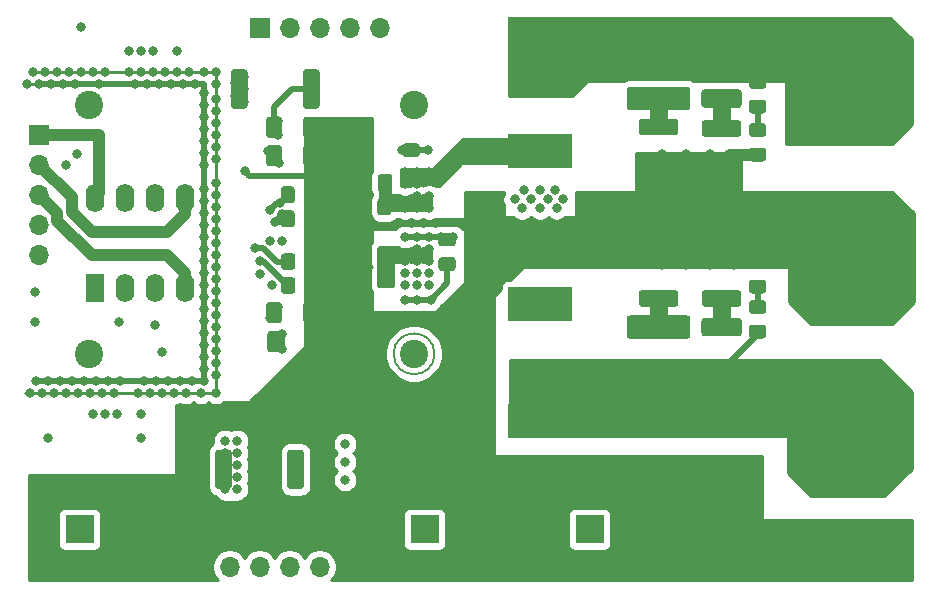
<source format=gbr>
%TF.GenerationSoftware,KiCad,Pcbnew,(5.1.9)-1*%
%TF.CreationDate,2021-11-30T23:52:57-06:00*%
%TF.ProjectId,Discrete_Channel,44697363-7265-4746-955f-4368616e6e65,rev?*%
%TF.SameCoordinates,Original*%
%TF.FileFunction,Copper,L4,Bot*%
%TF.FilePolarity,Positive*%
%FSLAX46Y46*%
G04 Gerber Fmt 4.6, Leading zero omitted, Abs format (unit mm)*
G04 Created by KiCad (PCBNEW (5.1.9)-1) date 2021-11-30 23:52:57*
%MOMM*%
%LPD*%
G01*
G04 APERTURE LIST*
%TA.AperFunction,NonConductor*%
%ADD10C,0.150000*%
%TD*%
%TA.AperFunction,ComponentPad*%
%ADD11C,2.400000*%
%TD*%
%TA.AperFunction,ComponentPad*%
%ADD12R,2.400000X2.400000*%
%TD*%
%TA.AperFunction,ComponentPad*%
%ADD13R,1.700000X1.700000*%
%TD*%
%TA.AperFunction,ComponentPad*%
%ADD14O,1.700000X1.700000*%
%TD*%
%TA.AperFunction,SMDPad,CuDef*%
%ADD15R,5.400000X2.900000*%
%TD*%
%TA.AperFunction,ComponentPad*%
%ADD16R,1.600000X2.400000*%
%TD*%
%TA.AperFunction,ComponentPad*%
%ADD17O,1.600000X2.400000*%
%TD*%
%TA.AperFunction,ComponentPad*%
%ADD18C,10.160000*%
%TD*%
%TA.AperFunction,ViaPad*%
%ADD19C,0.800000*%
%TD*%
%TA.AperFunction,Conductor*%
%ADD20C,0.250000*%
%TD*%
%TA.AperFunction,Conductor*%
%ADD21C,1.000000*%
%TD*%
%TA.AperFunction,Conductor*%
%ADD22C,0.500000*%
%TD*%
%TA.AperFunction,Conductor*%
%ADD23C,0.254000*%
%TD*%
%TA.AperFunction,Conductor*%
%ADD24C,0.100000*%
%TD*%
G04 APERTURE END LIST*
D10*
X148666387Y-92710000D02*
G75*
G03*
X148666387Y-92710000I-1727387J0D01*
G01*
D11*
%TO.P,C21,2*%
%TO.N,/FB_B*%
X119439000Y-71628000D03*
%TO.P,C21,1*%
%TO.N,Net-(C21-Pad1)*%
X146939000Y-71628000D03*
%TD*%
%TO.P,C16,2*%
%TO.N,Net-(C16-Pad2)*%
%TA.AperFunction,SMDPad,CuDef*%
G36*
G01*
X136837000Y-80805000D02*
X136837000Y-81755000D01*
G75*
G02*
X136587000Y-82005000I-250000J0D01*
G01*
X135912000Y-82005000D01*
G75*
G02*
X135662000Y-81755000I0J250000D01*
G01*
X135662000Y-80805000D01*
G75*
G02*
X135912000Y-80555000I250000J0D01*
G01*
X136587000Y-80555000D01*
G75*
G02*
X136837000Y-80805000I0J-250000D01*
G01*
G37*
%TD.AperFunction*%
%TO.P,C16,1*%
%TO.N,GND*%
%TA.AperFunction,SMDPad,CuDef*%
G36*
G01*
X138912000Y-80805000D02*
X138912000Y-81755000D01*
G75*
G02*
X138662000Y-82005000I-250000J0D01*
G01*
X137987000Y-82005000D01*
G75*
G02*
X137737000Y-81755000I0J250000D01*
G01*
X137737000Y-80805000D01*
G75*
G02*
X137987000Y-80555000I250000J0D01*
G01*
X138662000Y-80555000D01*
G75*
G02*
X138912000Y-80805000I0J-250000D01*
G01*
G37*
%TD.AperFunction*%
%TD*%
%TO.P,C20,1*%
%TO.N,Net-(C20-Pad1)*%
X146939000Y-92710000D03*
%TO.P,C20,2*%
%TO.N,/FB_A*%
X119439000Y-92710000D03*
%TD*%
%TO.P,C9,1*%
%TO.N,Net-(C9-Pad1)*%
%TA.AperFunction,SMDPad,CuDef*%
G36*
G01*
X135662000Y-79723000D02*
X135662000Y-78773000D01*
G75*
G02*
X135912000Y-78523000I250000J0D01*
G01*
X136587000Y-78523000D01*
G75*
G02*
X136837000Y-78773000I0J-250000D01*
G01*
X136837000Y-79723000D01*
G75*
G02*
X136587000Y-79973000I-250000J0D01*
G01*
X135912000Y-79973000D01*
G75*
G02*
X135662000Y-79723000I0J250000D01*
G01*
G37*
%TD.AperFunction*%
%TO.P,C9,2*%
%TO.N,GND*%
%TA.AperFunction,SMDPad,CuDef*%
G36*
G01*
X137737000Y-79723000D02*
X137737000Y-78773000D01*
G75*
G02*
X137987000Y-78523000I250000J0D01*
G01*
X138662000Y-78523000D01*
G75*
G02*
X138912000Y-78773000I0J-250000D01*
G01*
X138912000Y-79723000D01*
G75*
G02*
X138662000Y-79973000I-250000J0D01*
G01*
X137987000Y-79973000D01*
G75*
G02*
X137737000Y-79723000I0J250000D01*
G01*
G37*
%TD.AperFunction*%
%TD*%
D12*
%TO.P,C1,1*%
%TO.N,/PVDD*%
X147828000Y-107569000D03*
D11*
%TO.P,C1,2*%
%TO.N,GND*%
X152828000Y-107569000D03*
%TD*%
%TO.P,C2,2*%
%TO.N,GND*%
X166798000Y-107569000D03*
D12*
%TO.P,C2,1*%
%TO.N,/PVDD*%
X161798000Y-107569000D03*
%TD*%
%TO.P,C3,2*%
%TO.N,GND*%
%TA.AperFunction,SMDPad,CuDef*%
G36*
G01*
X142911500Y-85885000D02*
X142911500Y-86835000D01*
G75*
G02*
X142661500Y-87085000I-250000J0D01*
G01*
X141986500Y-87085000D01*
G75*
G02*
X141736500Y-86835000I0J250000D01*
G01*
X141736500Y-85885000D01*
G75*
G02*
X141986500Y-85635000I250000J0D01*
G01*
X142661500Y-85635000D01*
G75*
G02*
X142911500Y-85885000I0J-250000D01*
G01*
G37*
%TD.AperFunction*%
%TO.P,C3,1*%
%TO.N,/PVDD*%
%TA.AperFunction,SMDPad,CuDef*%
G36*
G01*
X144986500Y-85885000D02*
X144986500Y-86835000D01*
G75*
G02*
X144736500Y-87085000I-250000J0D01*
G01*
X144061500Y-87085000D01*
G75*
G02*
X143811500Y-86835000I0J250000D01*
G01*
X143811500Y-85885000D01*
G75*
G02*
X144061500Y-85635000I250000J0D01*
G01*
X144736500Y-85635000D01*
G75*
G02*
X144986500Y-85885000I0J-250000D01*
G01*
G37*
%TD.AperFunction*%
%TD*%
%TO.P,C4,1*%
%TO.N,/PVDD*%
%TA.AperFunction,SMDPad,CuDef*%
G36*
G01*
X145008000Y-79789000D02*
X145008000Y-80739000D01*
G75*
G02*
X144758000Y-80989000I-250000J0D01*
G01*
X144083000Y-80989000D01*
G75*
G02*
X143833000Y-80739000I0J250000D01*
G01*
X143833000Y-79789000D01*
G75*
G02*
X144083000Y-79539000I250000J0D01*
G01*
X144758000Y-79539000D01*
G75*
G02*
X145008000Y-79789000I0J-250000D01*
G01*
G37*
%TD.AperFunction*%
%TO.P,C4,2*%
%TO.N,GND*%
%TA.AperFunction,SMDPad,CuDef*%
G36*
G01*
X142933000Y-79789000D02*
X142933000Y-80739000D01*
G75*
G02*
X142683000Y-80989000I-250000J0D01*
G01*
X142008000Y-80989000D01*
G75*
G02*
X141758000Y-80739000I0J250000D01*
G01*
X141758000Y-79789000D01*
G75*
G02*
X142008000Y-79539000I250000J0D01*
G01*
X142683000Y-79539000D01*
G75*
G02*
X142933000Y-79789000I0J-250000D01*
G01*
G37*
%TD.AperFunction*%
%TD*%
%TO.P,C5,2*%
%TO.N,GND*%
%TA.AperFunction,SMDPad,CuDef*%
G36*
G01*
X142954500Y-77757000D02*
X142954500Y-78707000D01*
G75*
G02*
X142704500Y-78957000I-250000J0D01*
G01*
X142029500Y-78957000D01*
G75*
G02*
X141779500Y-78707000I0J250000D01*
G01*
X141779500Y-77757000D01*
G75*
G02*
X142029500Y-77507000I250000J0D01*
G01*
X142704500Y-77507000D01*
G75*
G02*
X142954500Y-77757000I0J-250000D01*
G01*
G37*
%TD.AperFunction*%
%TO.P,C5,1*%
%TO.N,/PVDD*%
%TA.AperFunction,SMDPad,CuDef*%
G36*
G01*
X145029500Y-77757000D02*
X145029500Y-78707000D01*
G75*
G02*
X144779500Y-78957000I-250000J0D01*
G01*
X144104500Y-78957000D01*
G75*
G02*
X143854500Y-78707000I0J250000D01*
G01*
X143854500Y-77757000D01*
G75*
G02*
X144104500Y-77507000I250000J0D01*
G01*
X144779500Y-77507000D01*
G75*
G02*
X145029500Y-77757000I0J-250000D01*
G01*
G37*
%TD.AperFunction*%
%TD*%
%TO.P,C6,2*%
%TO.N,Net-(C6-Pad2)*%
%TA.AperFunction,SMDPad,CuDef*%
G36*
G01*
X135840500Y-91043998D02*
X135840500Y-92344002D01*
G75*
G02*
X135590502Y-92594000I-249998J0D01*
G01*
X134765498Y-92594000D01*
G75*
G02*
X134515500Y-92344002I0J249998D01*
G01*
X134515500Y-91043998D01*
G75*
G02*
X134765498Y-90794000I249998J0D01*
G01*
X135590502Y-90794000D01*
G75*
G02*
X135840500Y-91043998I0J-249998D01*
G01*
G37*
%TD.AperFunction*%
%TO.P,C6,1*%
%TO.N,GND*%
%TA.AperFunction,SMDPad,CuDef*%
G36*
G01*
X138965500Y-91043998D02*
X138965500Y-92344002D01*
G75*
G02*
X138715502Y-92594000I-249998J0D01*
G01*
X137890498Y-92594000D01*
G75*
G02*
X137640500Y-92344002I0J249998D01*
G01*
X137640500Y-91043998D01*
G75*
G02*
X137890498Y-90794000I249998J0D01*
G01*
X138715502Y-90794000D01*
G75*
G02*
X138965500Y-91043998I0J-249998D01*
G01*
G37*
%TD.AperFunction*%
%TD*%
%TO.P,C7,1*%
%TO.N,/PVDD*%
%TA.AperFunction,SMDPad,CuDef*%
G36*
G01*
X144986500Y-83853000D02*
X144986500Y-84803000D01*
G75*
G02*
X144736500Y-85053000I-250000J0D01*
G01*
X144061500Y-85053000D01*
G75*
G02*
X143811500Y-84803000I0J250000D01*
G01*
X143811500Y-83853000D01*
G75*
G02*
X144061500Y-83603000I250000J0D01*
G01*
X144736500Y-83603000D01*
G75*
G02*
X144986500Y-83853000I0J-250000D01*
G01*
G37*
%TD.AperFunction*%
%TO.P,C7,2*%
%TO.N,GND*%
%TA.AperFunction,SMDPad,CuDef*%
G36*
G01*
X142911500Y-83853000D02*
X142911500Y-84803000D01*
G75*
G02*
X142661500Y-85053000I-250000J0D01*
G01*
X141986500Y-85053000D01*
G75*
G02*
X141736500Y-84803000I0J250000D01*
G01*
X141736500Y-83853000D01*
G75*
G02*
X141986500Y-83603000I250000J0D01*
G01*
X142661500Y-83603000D01*
G75*
G02*
X142911500Y-83853000I0J-250000D01*
G01*
G37*
%TD.AperFunction*%
%TD*%
%TO.P,C8,1*%
%TO.N,GND*%
%TA.AperFunction,SMDPad,CuDef*%
G36*
G01*
X138877000Y-72882998D02*
X138877000Y-74183002D01*
G75*
G02*
X138627002Y-74433000I-249998J0D01*
G01*
X137801998Y-74433000D01*
G75*
G02*
X137552000Y-74183002I0J249998D01*
G01*
X137552000Y-72882998D01*
G75*
G02*
X137801998Y-72633000I249998J0D01*
G01*
X138627002Y-72633000D01*
G75*
G02*
X138877000Y-72882998I0J-249998D01*
G01*
G37*
%TD.AperFunction*%
%TO.P,C8,2*%
%TO.N,Net-(C8-Pad2)*%
%TA.AperFunction,SMDPad,CuDef*%
G36*
G01*
X135752000Y-72882998D02*
X135752000Y-74183002D01*
G75*
G02*
X135502002Y-74433000I-249998J0D01*
G01*
X134676998Y-74433000D01*
G75*
G02*
X134427000Y-74183002I0J249998D01*
G01*
X134427000Y-72882998D01*
G75*
G02*
X134676998Y-72633000I249998J0D01*
G01*
X135502002Y-72633000D01*
G75*
G02*
X135752000Y-72882998I0J-249998D01*
G01*
G37*
%TD.AperFunction*%
%TD*%
%TO.P,C14,1*%
%TO.N,GND*%
%TA.AperFunction,SMDPad,CuDef*%
G36*
G01*
X138877000Y-88567498D02*
X138877000Y-89867502D01*
G75*
G02*
X138627002Y-90117500I-249998J0D01*
G01*
X137801998Y-90117500D01*
G75*
G02*
X137552000Y-89867502I0J249998D01*
G01*
X137552000Y-88567498D01*
G75*
G02*
X137801998Y-88317500I249998J0D01*
G01*
X138627002Y-88317500D01*
G75*
G02*
X138877000Y-88567498I0J-249998D01*
G01*
G37*
%TD.AperFunction*%
%TO.P,C14,2*%
%TO.N,Net-(C14-Pad2)*%
%TA.AperFunction,SMDPad,CuDef*%
G36*
G01*
X135752000Y-88567498D02*
X135752000Y-89867502D01*
G75*
G02*
X135502002Y-90117500I-249998J0D01*
G01*
X134676998Y-90117500D01*
G75*
G02*
X134427000Y-89867502I0J249998D01*
G01*
X134427000Y-88567498D01*
G75*
G02*
X134676998Y-88317500I249998J0D01*
G01*
X135502002Y-88317500D01*
G75*
G02*
X135752000Y-88567498I0J-249998D01*
G01*
G37*
%TD.AperFunction*%
%TD*%
%TO.P,C15,2*%
%TO.N,Net-(C15-Pad2)*%
%TA.AperFunction,SMDPad,CuDef*%
G36*
G01*
X135752000Y-75295998D02*
X135752000Y-76596002D01*
G75*
G02*
X135502002Y-76846000I-249998J0D01*
G01*
X134676998Y-76846000D01*
G75*
G02*
X134427000Y-76596002I0J249998D01*
G01*
X134427000Y-75295998D01*
G75*
G02*
X134676998Y-75046000I249998J0D01*
G01*
X135502002Y-75046000D01*
G75*
G02*
X135752000Y-75295998I0J-249998D01*
G01*
G37*
%TD.AperFunction*%
%TO.P,C15,1*%
%TO.N,GND*%
%TA.AperFunction,SMDPad,CuDef*%
G36*
G01*
X138877000Y-75295998D02*
X138877000Y-76596002D01*
G75*
G02*
X138627002Y-76846000I-249998J0D01*
G01*
X137801998Y-76846000D01*
G75*
G02*
X137552000Y-76596002I0J249998D01*
G01*
X137552000Y-75295998D01*
G75*
G02*
X137801998Y-75046000I249998J0D01*
G01*
X138627002Y-75046000D01*
G75*
G02*
X138877000Y-75295998I0J-249998D01*
G01*
G37*
%TD.AperFunction*%
%TD*%
%TO.P,C17,1*%
%TO.N,/+12V*%
X118618000Y-107569000D03*
D11*
%TO.P,C17,2*%
%TO.N,GND*%
X123618000Y-107569000D03*
%TD*%
%TO.P,C23,2*%
%TO.N,/OUT_B*%
%TA.AperFunction,SMDPad,CuDef*%
G36*
G01*
X150208000Y-83624000D02*
X149258000Y-83624000D01*
G75*
G02*
X149008000Y-83374000I0J250000D01*
G01*
X149008000Y-82699000D01*
G75*
G02*
X149258000Y-82449000I250000J0D01*
G01*
X150208000Y-82449000D01*
G75*
G02*
X150458000Y-82699000I0J-250000D01*
G01*
X150458000Y-83374000D01*
G75*
G02*
X150208000Y-83624000I-250000J0D01*
G01*
G37*
%TD.AperFunction*%
%TO.P,C23,1*%
%TO.N,Net-(C23-Pad1)*%
%TA.AperFunction,SMDPad,CuDef*%
G36*
G01*
X150208000Y-85699000D02*
X149258000Y-85699000D01*
G75*
G02*
X149008000Y-85449000I0J250000D01*
G01*
X149008000Y-84774000D01*
G75*
G02*
X149258000Y-84524000I250000J0D01*
G01*
X150208000Y-84524000D01*
G75*
G02*
X150458000Y-84774000I0J-250000D01*
G01*
X150458000Y-85449000D01*
G75*
G02*
X150208000Y-85699000I-250000J0D01*
G01*
G37*
%TD.AperFunction*%
%TD*%
%TO.P,C25,1*%
%TO.N,Net-(C25-Pad1)*%
%TA.AperFunction,SMDPad,CuDef*%
G36*
G01*
X146210000Y-74892500D02*
X147160000Y-74892500D01*
G75*
G02*
X147410000Y-75142500I0J-250000D01*
G01*
X147410000Y-75817500D01*
G75*
G02*
X147160000Y-76067500I-250000J0D01*
G01*
X146210000Y-76067500D01*
G75*
G02*
X145960000Y-75817500I0J250000D01*
G01*
X145960000Y-75142500D01*
G75*
G02*
X146210000Y-74892500I250000J0D01*
G01*
G37*
%TD.AperFunction*%
%TO.P,C25,2*%
%TO.N,/OUT_D*%
%TA.AperFunction,SMDPad,CuDef*%
G36*
G01*
X146210000Y-76967500D02*
X147160000Y-76967500D01*
G75*
G02*
X147410000Y-77217500I0J-250000D01*
G01*
X147410000Y-77892500D01*
G75*
G02*
X147160000Y-78142500I-250000J0D01*
G01*
X146210000Y-78142500D01*
G75*
G02*
X145960000Y-77892500I0J250000D01*
G01*
X145960000Y-77217500D01*
G75*
G02*
X146210000Y-76967500I250000J0D01*
G01*
G37*
%TD.AperFunction*%
%TD*%
%TO.P,C32,1*%
%TO.N,/SPEAKER+*%
%TA.AperFunction,SMDPad,CuDef*%
G36*
G01*
X175547000Y-69114000D02*
X176497000Y-69114000D01*
G75*
G02*
X176747000Y-69364000I0J-250000D01*
G01*
X176747000Y-70039000D01*
G75*
G02*
X176497000Y-70289000I-250000J0D01*
G01*
X175547000Y-70289000D01*
G75*
G02*
X175297000Y-70039000I0J250000D01*
G01*
X175297000Y-69364000D01*
G75*
G02*
X175547000Y-69114000I250000J0D01*
G01*
G37*
%TD.AperFunction*%
%TO.P,C32,2*%
%TO.N,Net-(C32-Pad2)*%
%TA.AperFunction,SMDPad,CuDef*%
G36*
G01*
X175547000Y-71189000D02*
X176497000Y-71189000D01*
G75*
G02*
X176747000Y-71439000I0J-250000D01*
G01*
X176747000Y-72114000D01*
G75*
G02*
X176497000Y-72364000I-250000J0D01*
G01*
X175547000Y-72364000D01*
G75*
G02*
X175297000Y-72114000I0J250000D01*
G01*
X175297000Y-71439000D01*
G75*
G02*
X175547000Y-71189000I250000J0D01*
G01*
G37*
%TD.AperFunction*%
%TD*%
%TO.P,C33,1*%
%TO.N,Net-(C32-Pad2)*%
%TA.AperFunction,SMDPad,CuDef*%
G36*
G01*
X175547000Y-73178000D02*
X176497000Y-73178000D01*
G75*
G02*
X176747000Y-73428000I0J-250000D01*
G01*
X176747000Y-74103000D01*
G75*
G02*
X176497000Y-74353000I-250000J0D01*
G01*
X175547000Y-74353000D01*
G75*
G02*
X175297000Y-74103000I0J250000D01*
G01*
X175297000Y-73428000D01*
G75*
G02*
X175547000Y-73178000I250000J0D01*
G01*
G37*
%TD.AperFunction*%
%TO.P,C33,2*%
%TO.N,GND*%
%TA.AperFunction,SMDPad,CuDef*%
G36*
G01*
X175547000Y-75253000D02*
X176497000Y-75253000D01*
G75*
G02*
X176747000Y-75503000I0J-250000D01*
G01*
X176747000Y-76178000D01*
G75*
G02*
X176497000Y-76428000I-250000J0D01*
G01*
X175547000Y-76428000D01*
G75*
G02*
X175297000Y-76178000I0J250000D01*
G01*
X175297000Y-75503000D01*
G75*
G02*
X175547000Y-75253000I250000J0D01*
G01*
G37*
%TD.AperFunction*%
%TD*%
%TO.P,C34,2*%
%TO.N,Net-(C34-Pad2)*%
%TA.AperFunction,SMDPad,CuDef*%
G36*
G01*
X175547000Y-86429000D02*
X176497000Y-86429000D01*
G75*
G02*
X176747000Y-86679000I0J-250000D01*
G01*
X176747000Y-87354000D01*
G75*
G02*
X176497000Y-87604000I-250000J0D01*
G01*
X175547000Y-87604000D01*
G75*
G02*
X175297000Y-87354000I0J250000D01*
G01*
X175297000Y-86679000D01*
G75*
G02*
X175547000Y-86429000I250000J0D01*
G01*
G37*
%TD.AperFunction*%
%TO.P,C34,1*%
%TO.N,GND*%
%TA.AperFunction,SMDPad,CuDef*%
G36*
G01*
X175547000Y-84354000D02*
X176497000Y-84354000D01*
G75*
G02*
X176747000Y-84604000I0J-250000D01*
G01*
X176747000Y-85279000D01*
G75*
G02*
X176497000Y-85529000I-250000J0D01*
G01*
X175547000Y-85529000D01*
G75*
G02*
X175297000Y-85279000I0J250000D01*
G01*
X175297000Y-84604000D01*
G75*
G02*
X175547000Y-84354000I250000J0D01*
G01*
G37*
%TD.AperFunction*%
%TD*%
%TO.P,C35,1*%
%TO.N,Net-(C34-Pad2)*%
%TA.AperFunction,SMDPad,CuDef*%
G36*
G01*
X175547000Y-88164000D02*
X176497000Y-88164000D01*
G75*
G02*
X176747000Y-88414000I0J-250000D01*
G01*
X176747000Y-89089000D01*
G75*
G02*
X176497000Y-89339000I-250000J0D01*
G01*
X175547000Y-89339000D01*
G75*
G02*
X175297000Y-89089000I0J250000D01*
G01*
X175297000Y-88414000D01*
G75*
G02*
X175547000Y-88164000I250000J0D01*
G01*
G37*
%TD.AperFunction*%
%TO.P,C35,2*%
%TO.N,/SPEAKER-*%
%TA.AperFunction,SMDPad,CuDef*%
G36*
G01*
X175547000Y-90239000D02*
X176497000Y-90239000D01*
G75*
G02*
X176747000Y-90489000I0J-250000D01*
G01*
X176747000Y-91164000D01*
G75*
G02*
X176497000Y-91414000I-250000J0D01*
G01*
X175547000Y-91414000D01*
G75*
G02*
X175297000Y-91164000I0J250000D01*
G01*
X175297000Y-90489000D01*
G75*
G02*
X175547000Y-90239000I250000J0D01*
G01*
G37*
%TD.AperFunction*%
%TD*%
%TO.P,C38,1*%
%TO.N,/SPEAKER+*%
%TA.AperFunction,SMDPad,CuDef*%
G36*
G01*
X171523998Y-66036000D02*
X174424002Y-66036000D01*
G75*
G02*
X174674000Y-66285998I0J-249998D01*
G01*
X174674000Y-67361002D01*
G75*
G02*
X174424002Y-67611000I-249998J0D01*
G01*
X171523998Y-67611000D01*
G75*
G02*
X171274000Y-67361002I0J249998D01*
G01*
X171274000Y-66285998D01*
G75*
G02*
X171523998Y-66036000I249998J0D01*
G01*
G37*
%TD.AperFunction*%
%TO.P,C38,2*%
%TO.N,Net-(C38-Pad2)*%
%TA.AperFunction,SMDPad,CuDef*%
G36*
G01*
X171523998Y-70311000D02*
X174424002Y-70311000D01*
G75*
G02*
X174674000Y-70560998I0J-249998D01*
G01*
X174674000Y-71636002D01*
G75*
G02*
X174424002Y-71886000I-249998J0D01*
G01*
X171523998Y-71886000D01*
G75*
G02*
X171274000Y-71636002I0J249998D01*
G01*
X171274000Y-70560998D01*
G75*
G02*
X171523998Y-70311000I249998J0D01*
G01*
G37*
%TD.AperFunction*%
%TD*%
%TO.P,C39,2*%
%TO.N,/SPEAKER-*%
%TA.AperFunction,SMDPad,CuDef*%
G36*
G01*
X171523998Y-93933000D02*
X174424002Y-93933000D01*
G75*
G02*
X174674000Y-94182998I0J-249998D01*
G01*
X174674000Y-95258002D01*
G75*
G02*
X174424002Y-95508000I-249998J0D01*
G01*
X171523998Y-95508000D01*
G75*
G02*
X171274000Y-95258002I0J249998D01*
G01*
X171274000Y-94182998D01*
G75*
G02*
X171523998Y-93933000I249998J0D01*
G01*
G37*
%TD.AperFunction*%
%TO.P,C39,1*%
%TO.N,Net-(C39-Pad1)*%
%TA.AperFunction,SMDPad,CuDef*%
G36*
G01*
X171523998Y-89658000D02*
X174424002Y-89658000D01*
G75*
G02*
X174674000Y-89907998I0J-249998D01*
G01*
X174674000Y-90983002D01*
G75*
G02*
X174424002Y-91233000I-249998J0D01*
G01*
X171523998Y-91233000D01*
G75*
G02*
X171274000Y-90983002I0J249998D01*
G01*
X171274000Y-89907998D01*
G75*
G02*
X171523998Y-89658000I249998J0D01*
G01*
G37*
%TD.AperFunction*%
%TD*%
D13*
%TO.P,J1,1*%
%TO.N,/OSC_IOM*%
X133858000Y-65151000D03*
D14*
%TO.P,J1,2*%
%TO.N,/OSC_IOP*%
X136398000Y-65151000D03*
%TO.P,J1,3*%
%TO.N,/~RESET*%
X138938000Y-65151000D03*
%TO.P,J1,4*%
%TO.N,/~FAULT*%
X141478000Y-65151000D03*
%TO.P,J1,5*%
%TO.N,/~ERROR*%
X144018000Y-65151000D03*
%TD*%
%TO.P,J3,5*%
%TO.N,/IN_A*%
X115189000Y-84328000D03*
%TO.P,J3,4*%
%TO.N,/IN_B*%
X115189000Y-81788000D03*
%TO.P,J3,3*%
%TO.N,VEE*%
X115189000Y-79248000D03*
%TO.P,J3,2*%
%TO.N,GNDA*%
X115189000Y-76708000D03*
D13*
%TO.P,J3,1*%
%TO.N,VCC*%
X115189000Y-74168000D03*
%TD*%
D15*
%TO.P,L3,2*%
%TO.N,/SPEAKER+*%
X157607000Y-65662000D03*
%TO.P,L3,1*%
%TO.N,/OUT_D*%
X157607000Y-75562000D03*
%TD*%
%TO.P,L5,2*%
%TO.N,/SPEAKER-*%
X157607000Y-98422000D03*
%TO.P,L5,1*%
%TO.N,/OUT_A*%
X157607000Y-88522000D03*
%TD*%
%TO.P,R3,2*%
%TO.N,Net-(JP1-Pad2)*%
%TA.AperFunction,SMDPad,CuDef*%
G36*
G01*
X136887000Y-84449499D02*
X136887000Y-85349501D01*
G75*
G02*
X136637001Y-85599500I-249999J0D01*
G01*
X135936999Y-85599500D01*
G75*
G02*
X135687000Y-85349501I0J249999D01*
G01*
X135687000Y-84449499D01*
G75*
G02*
X135936999Y-84199500I249999J0D01*
G01*
X136637001Y-84199500D01*
G75*
G02*
X136887000Y-84449499I0J-249999D01*
G01*
G37*
%TD.AperFunction*%
%TO.P,R3,1*%
%TO.N,GND*%
%TA.AperFunction,SMDPad,CuDef*%
G36*
G01*
X138887000Y-84449499D02*
X138887000Y-85349501D01*
G75*
G02*
X138637001Y-85599500I-249999J0D01*
G01*
X137936999Y-85599500D01*
G75*
G02*
X137687000Y-85349501I0J249999D01*
G01*
X137687000Y-84449499D01*
G75*
G02*
X137936999Y-84199500I249999J0D01*
G01*
X138637001Y-84199500D01*
G75*
G02*
X138887000Y-84449499I0J-249999D01*
G01*
G37*
%TD.AperFunction*%
%TD*%
%TO.P,R4,1*%
%TO.N,GND*%
%TA.AperFunction,SMDPad,CuDef*%
G36*
G01*
X138887000Y-86481499D02*
X138887000Y-87381501D01*
G75*
G02*
X138637001Y-87631500I-249999J0D01*
G01*
X137936999Y-87631500D01*
G75*
G02*
X137687000Y-87381501I0J249999D01*
G01*
X137687000Y-86481499D01*
G75*
G02*
X137936999Y-86231500I249999J0D01*
G01*
X138637001Y-86231500D01*
G75*
G02*
X138887000Y-86481499I0J-249999D01*
G01*
G37*
%TD.AperFunction*%
%TO.P,R4,2*%
%TO.N,Net-(R4-Pad2)*%
%TA.AperFunction,SMDPad,CuDef*%
G36*
G01*
X136887000Y-86481499D02*
X136887000Y-87381501D01*
G75*
G02*
X136637001Y-87631500I-249999J0D01*
G01*
X135936999Y-87631500D01*
G75*
G02*
X135687000Y-87381501I0J249999D01*
G01*
X135687000Y-86481499D01*
G75*
G02*
X135936999Y-86231500I249999J0D01*
G01*
X136637001Y-86231500D01*
G75*
G02*
X136887000Y-86481499I0J-249999D01*
G01*
G37*
%TD.AperFunction*%
%TD*%
D13*
%TO.P,J2,1*%
%TO.N,GND*%
X128778000Y-110744000D03*
D14*
%TO.P,J2,2*%
%TO.N,/+12V*%
X131318000Y-110744000D03*
%TO.P,J2,3*%
X133858000Y-110744000D03*
%TO.P,J2,4*%
%TO.N,/PVDD*%
X136398000Y-110744000D03*
%TO.P,J2,5*%
X138938000Y-110744000D03*
%TO.P,J2,6*%
%TO.N,GND*%
X141478000Y-110744000D03*
%TD*%
%TO.P,C36,1*%
%TO.N,/SPEAKER+*%
%TA.AperFunction,SMDPad,CuDef*%
G36*
G01*
X165189998Y-64828000D02*
X170090002Y-64828000D01*
G75*
G02*
X170340000Y-65077998I0J-249998D01*
G01*
X170340000Y-66553002D01*
G75*
G02*
X170090002Y-66803000I-249998J0D01*
G01*
X165189998Y-66803000D01*
G75*
G02*
X164940000Y-66553002I0J249998D01*
G01*
X164940000Y-65077998D01*
G75*
G02*
X165189998Y-64828000I249998J0D01*
G01*
G37*
%TD.AperFunction*%
%TO.P,C36,2*%
%TO.N,Net-(C36-Pad2)*%
%TA.AperFunction,SMDPad,CuDef*%
G36*
G01*
X165189998Y-70103000D02*
X170090002Y-70103000D01*
G75*
G02*
X170340000Y-70352998I0J-249998D01*
G01*
X170340000Y-71828002D01*
G75*
G02*
X170090002Y-72078000I-249998J0D01*
G01*
X165189998Y-72078000D01*
G75*
G02*
X164940000Y-71828002I0J249998D01*
G01*
X164940000Y-70352998D01*
G75*
G02*
X165189998Y-70103000I249998J0D01*
G01*
G37*
%TD.AperFunction*%
%TD*%
%TO.P,C37,2*%
%TO.N,/SPEAKER-*%
%TA.AperFunction,SMDPad,CuDef*%
G36*
G01*
X165189998Y-94741000D02*
X170090002Y-94741000D01*
G75*
G02*
X170340000Y-94990998I0J-249998D01*
G01*
X170340000Y-96466002D01*
G75*
G02*
X170090002Y-96716000I-249998J0D01*
G01*
X165189998Y-96716000D01*
G75*
G02*
X164940000Y-96466002I0J249998D01*
G01*
X164940000Y-94990998D01*
G75*
G02*
X165189998Y-94741000I249998J0D01*
G01*
G37*
%TD.AperFunction*%
%TO.P,C37,1*%
%TO.N,Net-(C37-Pad1)*%
%TA.AperFunction,SMDPad,CuDef*%
G36*
G01*
X165189998Y-89466000D02*
X170090002Y-89466000D01*
G75*
G02*
X170340000Y-89715998I0J-249998D01*
G01*
X170340000Y-91191002D01*
G75*
G02*
X170090002Y-91441000I-249998J0D01*
G01*
X165189998Y-91441000D01*
G75*
G02*
X164940000Y-91191002I0J249998D01*
G01*
X164940000Y-89715998D01*
G75*
G02*
X165189998Y-89466000I249998J0D01*
G01*
G37*
%TD.AperFunction*%
%TD*%
%TO.P,R1,2*%
%TO.N,/+12V*%
%TA.AperFunction,SMDPad,CuDef*%
G36*
G01*
X131508000Y-101063999D02*
X131508000Y-103914001D01*
G75*
G02*
X131258001Y-104164000I-249999J0D01*
G01*
X130357999Y-104164000D01*
G75*
G02*
X130108000Y-103914001I0J249999D01*
G01*
X130108000Y-101063999D01*
G75*
G02*
X130357999Y-100814000I249999J0D01*
G01*
X131258001Y-100814000D01*
G75*
G02*
X131508000Y-101063999I0J-249999D01*
G01*
G37*
%TD.AperFunction*%
%TO.P,R1,1*%
%TO.N,Net-(C6-Pad2)*%
%TA.AperFunction,SMDPad,CuDef*%
G36*
G01*
X137608000Y-101063999D02*
X137608000Y-103914001D01*
G75*
G02*
X137358001Y-104164000I-249999J0D01*
G01*
X136457999Y-104164000D01*
G75*
G02*
X136208000Y-103914001I0J249999D01*
G01*
X136208000Y-101063999D01*
G75*
G02*
X136457999Y-100814000I249999J0D01*
G01*
X137358001Y-100814000D01*
G75*
G02*
X137608000Y-101063999I0J-249999D01*
G01*
G37*
%TD.AperFunction*%
%TD*%
%TO.P,R2,1*%
%TO.N,Net-(C8-Pad2)*%
%TA.AperFunction,SMDPad,CuDef*%
G36*
G01*
X138941500Y-68869499D02*
X138941500Y-71719501D01*
G75*
G02*
X138691501Y-71969500I-249999J0D01*
G01*
X137791499Y-71969500D01*
G75*
G02*
X137541500Y-71719501I0J249999D01*
G01*
X137541500Y-68869499D01*
G75*
G02*
X137791499Y-68619500I249999J0D01*
G01*
X138691501Y-68619500D01*
G75*
G02*
X138941500Y-68869499I0J-249999D01*
G01*
G37*
%TD.AperFunction*%
%TO.P,R2,2*%
%TO.N,/+12V*%
%TA.AperFunction,SMDPad,CuDef*%
G36*
G01*
X132841500Y-68869499D02*
X132841500Y-71719501D01*
G75*
G02*
X132591501Y-71969500I-249999J0D01*
G01*
X131691499Y-71969500D01*
G75*
G02*
X131441500Y-71719501I0J249999D01*
G01*
X131441500Y-68869499D01*
G75*
G02*
X131691499Y-68619500I249999J0D01*
G01*
X132591501Y-68619500D01*
G75*
G02*
X132841500Y-68869499I0J-249999D01*
G01*
G37*
%TD.AperFunction*%
%TD*%
%TO.P,R13,2*%
%TO.N,GND*%
%TA.AperFunction,SMDPad,CuDef*%
G36*
G01*
X166214999Y-78915000D02*
X169065001Y-78915000D01*
G75*
G02*
X169315000Y-79164999I0J-249999D01*
G01*
X169315000Y-80065001D01*
G75*
G02*
X169065001Y-80315000I-249999J0D01*
G01*
X166214999Y-80315000D01*
G75*
G02*
X165965000Y-80065001I0J249999D01*
G01*
X165965000Y-79164999D01*
G75*
G02*
X166214999Y-78915000I249999J0D01*
G01*
G37*
%TD.AperFunction*%
%TO.P,R13,1*%
%TO.N,Net-(C36-Pad2)*%
%TA.AperFunction,SMDPad,CuDef*%
G36*
G01*
X166214999Y-72815000D02*
X169065001Y-72815000D01*
G75*
G02*
X169315000Y-73064999I0J-249999D01*
G01*
X169315000Y-73965001D01*
G75*
G02*
X169065001Y-74215000I-249999J0D01*
G01*
X166214999Y-74215000D01*
G75*
G02*
X165965000Y-73965001I0J249999D01*
G01*
X165965000Y-73064999D01*
G75*
G02*
X166214999Y-72815000I249999J0D01*
G01*
G37*
%TD.AperFunction*%
%TD*%
%TO.P,R14,1*%
%TO.N,GND*%
%TA.AperFunction,SMDPad,CuDef*%
G36*
G01*
X166214999Y-81213000D02*
X169065001Y-81213000D01*
G75*
G02*
X169315000Y-81462999I0J-249999D01*
G01*
X169315000Y-82363001D01*
G75*
G02*
X169065001Y-82613000I-249999J0D01*
G01*
X166214999Y-82613000D01*
G75*
G02*
X165965000Y-82363001I0J249999D01*
G01*
X165965000Y-81462999D01*
G75*
G02*
X166214999Y-81213000I249999J0D01*
G01*
G37*
%TD.AperFunction*%
%TO.P,R14,2*%
%TO.N,Net-(C37-Pad1)*%
%TA.AperFunction,SMDPad,CuDef*%
G36*
G01*
X166214999Y-87313000D02*
X169065001Y-87313000D01*
G75*
G02*
X169315000Y-87562999I0J-249999D01*
G01*
X169315000Y-88463001D01*
G75*
G02*
X169065001Y-88713000I-249999J0D01*
G01*
X166214999Y-88713000D01*
G75*
G02*
X165965000Y-88463001I0J249999D01*
G01*
X165965000Y-87562999D01*
G75*
G02*
X166214999Y-87313000I249999J0D01*
G01*
G37*
%TD.AperFunction*%
%TD*%
%TO.P,R15,1*%
%TO.N,GND*%
%TA.AperFunction,SMDPad,CuDef*%
G36*
G01*
X174399001Y-80442000D02*
X171548999Y-80442000D01*
G75*
G02*
X171299000Y-80192001I0J249999D01*
G01*
X171299000Y-79291999D01*
G75*
G02*
X171548999Y-79042000I249999J0D01*
G01*
X174399001Y-79042000D01*
G75*
G02*
X174649000Y-79291999I0J-249999D01*
G01*
X174649000Y-80192001D01*
G75*
G02*
X174399001Y-80442000I-249999J0D01*
G01*
G37*
%TD.AperFunction*%
%TO.P,R15,2*%
%TO.N,Net-(C38-Pad2)*%
%TA.AperFunction,SMDPad,CuDef*%
G36*
G01*
X174399001Y-74342000D02*
X171548999Y-74342000D01*
G75*
G02*
X171299000Y-74092001I0J249999D01*
G01*
X171299000Y-73191999D01*
G75*
G02*
X171548999Y-72942000I249999J0D01*
G01*
X174399001Y-72942000D01*
G75*
G02*
X174649000Y-73191999I0J-249999D01*
G01*
X174649000Y-74092001D01*
G75*
G02*
X174399001Y-74342000I-249999J0D01*
G01*
G37*
%TD.AperFunction*%
%TD*%
%TO.P,R16,2*%
%TO.N,GND*%
%TA.AperFunction,SMDPad,CuDef*%
G36*
G01*
X174399001Y-82615000D02*
X171548999Y-82615000D01*
G75*
G02*
X171299000Y-82365001I0J249999D01*
G01*
X171299000Y-81464999D01*
G75*
G02*
X171548999Y-81215000I249999J0D01*
G01*
X174399001Y-81215000D01*
G75*
G02*
X174649000Y-81464999I0J-249999D01*
G01*
X174649000Y-82365001D01*
G75*
G02*
X174399001Y-82615000I-249999J0D01*
G01*
G37*
%TD.AperFunction*%
%TO.P,R16,1*%
%TO.N,Net-(C39-Pad1)*%
%TA.AperFunction,SMDPad,CuDef*%
G36*
G01*
X174399001Y-88715000D02*
X171548999Y-88715000D01*
G75*
G02*
X171299000Y-88465001I0J249999D01*
G01*
X171299000Y-87564999D01*
G75*
G02*
X171548999Y-87315000I249999J0D01*
G01*
X174399001Y-87315000D01*
G75*
G02*
X174649000Y-87564999I0J-249999D01*
G01*
X174649000Y-88465001D01*
G75*
G02*
X174399001Y-88715000I-249999J0D01*
G01*
G37*
%TD.AperFunction*%
%TD*%
D16*
%TO.P,U2,1*%
%TO.N,/FB_A*%
X119888000Y-87122000D03*
D17*
%TO.P,U2,5*%
%TO.N,GNDA*%
X127508000Y-79502000D03*
%TO.P,U2,2*%
%TO.N,Net-(C19-Pad1)*%
X122428000Y-87122000D03*
%TO.P,U2,6*%
%TO.N,Net-(C18-Pad1)*%
X124968000Y-79502000D03*
%TO.P,U2,3*%
%TO.N,GNDA*%
X124968000Y-87122000D03*
%TO.P,U2,7*%
%TO.N,/FB_B*%
X122428000Y-79502000D03*
%TO.P,U2,4*%
%TO.N,VEE*%
X127508000Y-87122000D03*
%TO.P,U2,8*%
%TO.N,VCC*%
X119888000Y-79502000D03*
%TD*%
D18*
%TO.P,J4,1*%
%TO.N,/SPEAKER+*%
X183769000Y-69723000D03*
%TO.P,J4,3*%
%TO.N,/SPEAKER-*%
X183769000Y-99693000D03*
%TO.P,J4,2*%
%TO.N,GND*%
X183769000Y-84713000D03*
%TD*%
D19*
%TO.N,*%
X114427000Y-96012000D03*
X115443000Y-96012000D03*
X116459000Y-96012000D03*
X117475000Y-96012000D03*
X118491000Y-96012000D03*
X119507000Y-96012000D03*
X120523000Y-96012000D03*
X121539000Y-96012000D03*
X123571000Y-96012000D03*
X124587000Y-96012000D03*
X125603000Y-96012000D03*
X126619000Y-96012000D03*
X127635000Y-96012000D03*
X128905000Y-96012000D03*
X130175000Y-96012000D03*
X130175000Y-94488000D03*
X130175000Y-93472000D03*
X130175000Y-92456000D03*
X130175000Y-90424000D03*
X130175000Y-91440000D03*
X130175000Y-89408000D03*
X130175000Y-88392000D03*
X130175000Y-87376000D03*
X130175000Y-86360000D03*
X130175000Y-85344000D03*
X130175000Y-84328000D03*
X130175000Y-83312000D03*
X130175000Y-82296000D03*
X130175000Y-81280000D03*
X130175000Y-80264000D03*
X130175000Y-79248000D03*
X130175000Y-78232000D03*
X130175000Y-76200000D03*
X130175000Y-75184000D03*
X130175000Y-74168000D03*
X130175000Y-73152000D03*
X130175000Y-72136000D03*
X130175000Y-71120000D03*
X130175000Y-69850000D03*
X129159000Y-68834000D03*
X127889000Y-68834000D03*
X126873000Y-68834000D03*
X125857000Y-68834000D03*
X124841000Y-68834000D03*
X123825000Y-68834000D03*
X122809000Y-68834000D03*
X119761000Y-68834000D03*
X118745000Y-68834000D03*
X117729000Y-68834000D03*
X116713000Y-68834000D03*
X115697000Y-68834000D03*
X114681000Y-68834000D03*
X130175000Y-68834000D03*
X120777000Y-68834000D03*
%TO.N,Net-(C6-Pad2)*%
X136908000Y-101473000D03*
X136908000Y-103505000D03*
%TO.N,/OUT_B*%
X156210000Y-78867000D03*
%TO.N,/PVDD*%
X144526000Y-80264000D03*
%TO.N,GND*%
X138938000Y-82169000D03*
%TO.N,/PVDD*%
X148209000Y-79375000D03*
X147193000Y-80391000D03*
X148209000Y-80391000D03*
X146177000Y-80391000D03*
X147193000Y-79375000D03*
X148209000Y-84836000D03*
X146177000Y-84836000D03*
X148209000Y-83820000D03*
X147193000Y-84836000D03*
X147193000Y-83820000D03*
%TO.N,GND*%
X140208000Y-77089000D03*
X141478000Y-75819000D03*
X142748000Y-74549000D03*
X140208000Y-87249000D03*
X142748000Y-77089000D03*
X142748000Y-79629000D03*
X142748000Y-82169000D03*
X142748000Y-84709000D03*
X140208000Y-84709000D03*
X140208000Y-82169000D03*
X140208000Y-79629000D03*
X141478000Y-78359000D03*
X141478000Y-80899000D03*
X141478000Y-83439000D03*
X141478000Y-85979000D03*
X138938000Y-85979000D03*
X138938000Y-83439000D03*
X138938000Y-80899000D03*
X138938000Y-78359000D03*
X167894000Y-85217000D03*
X171958000Y-83693000D03*
X169926000Y-85217000D03*
X169926000Y-83693000D03*
X171958000Y-85217000D03*
X172974000Y-84455000D03*
X173990000Y-83693000D03*
X173990000Y-85217000D03*
X168910000Y-84455000D03*
X167894000Y-83693000D03*
X170942000Y-84455000D03*
X167894000Y-75819000D03*
X169926000Y-75819000D03*
X171958000Y-75819000D03*
X173990000Y-75819000D03*
X171958000Y-77343000D03*
X169926000Y-77343000D03*
X172974000Y-76581000D03*
X170942000Y-76581000D03*
X168910000Y-76581000D03*
X167894000Y-77343000D03*
X173990000Y-77343000D03*
X140208000Y-80899000D03*
X138938000Y-79629000D03*
X141478000Y-79629000D03*
X140208000Y-78359000D03*
X142748000Y-78359000D03*
X142748000Y-80899000D03*
X141478000Y-82169000D03*
X140208000Y-83439000D03*
X142748000Y-83439000D03*
X138938000Y-84709000D03*
X141478000Y-84709000D03*
X140208000Y-85979000D03*
X132588000Y-77216000D03*
%TO.N,Net-(C6-Pad2)*%
X135763000Y-91059000D03*
X135763000Y-92329000D03*
X136908000Y-102487000D03*
%TO.N,Net-(C8-Pad2)*%
X135382000Y-74168000D03*
X135382000Y-73025000D03*
%TO.N,Net-(C9-Pad1)*%
X135572500Y-79946500D03*
X134747000Y-80518000D03*
%TO.N,VCC*%
X120269000Y-77724000D03*
X120269000Y-76581000D03*
X120269000Y-75438000D03*
X120269000Y-74295000D03*
%TO.N,Net-(C14-Pad2)*%
X141097000Y-101854000D03*
X141097000Y-100330000D03*
X141097000Y-103378000D03*
X135382000Y-88773000D03*
X134756524Y-89671524D03*
%TO.N,Net-(C15-Pad2)*%
X135483600Y-76581000D03*
X134610000Y-75565000D03*
%TO.N,Net-(C16-Pad2)*%
X135763000Y-80899000D03*
X135128000Y-81534000D03*
%TO.N,/+12V*%
X130937000Y-101092000D03*
X130937000Y-100076000D03*
X131953000Y-100076000D03*
X131953000Y-101092000D03*
X131953000Y-102108000D03*
X132524500Y-70294500D03*
X132524500Y-69278500D03*
X132524500Y-71374000D03*
X131762500Y-69786500D03*
X131762500Y-70866000D03*
X130937000Y-103124000D03*
X130937000Y-104140000D03*
X131953000Y-104140000D03*
X131953000Y-103124000D03*
X131002000Y-102173000D03*
%TO.N,/FB_A*%
X122809000Y-67077500D03*
X124857000Y-67056000D03*
X123825000Y-67056000D03*
%TO.N,/FB_B*%
X121809000Y-97790000D03*
X120777000Y-97790000D03*
X119761000Y-97768500D03*
%TO.N,Net-(C19-Pad1)*%
X121941500Y-90043000D03*
X114824000Y-90043000D03*
X114824000Y-87503000D03*
%TO.N,Net-(C20-Pad1)*%
X134874279Y-86869957D03*
%TO.N,Net-(C21-Pad1)*%
X133858000Y-85979000D03*
%TO.N,/OUT_A*%
X158877000Y-88519000D03*
X157607000Y-88519000D03*
X156337000Y-88519000D03*
X155702000Y-87757000D03*
X159512000Y-87757000D03*
X158242000Y-87757000D03*
X156972000Y-87757000D03*
X148209000Y-86868000D03*
X155702000Y-89281000D03*
X146177000Y-86868000D03*
X156972000Y-89281000D03*
X159512000Y-89281000D03*
X147193000Y-85852000D03*
X146177000Y-85852000D03*
X147193000Y-86868000D03*
X148209000Y-85852000D03*
X158242000Y-89281000D03*
%TO.N,/OUT_B*%
X150241000Y-82804000D03*
X158877000Y-78867000D03*
X156083000Y-80391000D03*
X157607000Y-80391000D03*
X159004000Y-80391000D03*
X157607000Y-78867000D03*
X159512000Y-79629000D03*
X158242000Y-79629000D03*
X156845000Y-79629000D03*
X155448000Y-79629000D03*
X147193000Y-82804000D03*
X148209000Y-82804000D03*
X149225000Y-82804000D03*
X146177000Y-82804000D03*
%TO.N,Net-(C23-Pad1)*%
X148336000Y-88138000D03*
X147193000Y-88138000D03*
X146177000Y-88138000D03*
%TO.N,Net-(C25-Pad1)*%
X145923000Y-75428500D03*
X147193000Y-75428500D03*
X148082000Y-75428500D03*
%TO.N,/OUT_D*%
X159004000Y-75565000D03*
X157734000Y-75565000D03*
X156464000Y-75565000D03*
X147193000Y-78359000D03*
X146177000Y-78359000D03*
X156972000Y-74803000D03*
X158242000Y-74803000D03*
X159512000Y-74803000D03*
X156972000Y-76327000D03*
X158242000Y-76327000D03*
X159512000Y-76327000D03*
X155702000Y-74803000D03*
X155702000Y-76327000D03*
X148209000Y-77343000D03*
X147193000Y-77343000D03*
X146177000Y-77343000D03*
%TO.N,/SPEAKER+*%
X168910000Y-65151000D03*
X172720000Y-66675000D03*
X170180000Y-65151000D03*
X171450000Y-65151000D03*
X170180000Y-66675000D03*
X172720000Y-65151000D03*
X171450000Y-66675000D03*
X168910000Y-66675000D03*
X172212000Y-65913000D03*
X169672000Y-65913000D03*
X170942000Y-65913000D03*
X159512000Y-70231000D03*
X156972000Y-68707000D03*
X158242000Y-68707000D03*
X156972000Y-70231000D03*
X159512000Y-68707000D03*
X158242000Y-70231000D03*
X155702000Y-70231000D03*
X159004000Y-69469000D03*
X156464000Y-69469000D03*
X157734000Y-69469000D03*
X126857000Y-67056000D03*
%TO.N,/SPEAKER-*%
X168910000Y-94361000D03*
X172720000Y-95885000D03*
X170180000Y-94361000D03*
X171450000Y-94361000D03*
X170180000Y-95885000D03*
X172720000Y-94361000D03*
X171450000Y-95885000D03*
X168910000Y-95885000D03*
X172212000Y-95123000D03*
X169672000Y-95123000D03*
X170942000Y-95123000D03*
X155702000Y-93853000D03*
X159512000Y-95377000D03*
X158242000Y-93853000D03*
X156972000Y-95377000D03*
X159512000Y-93853000D03*
X158242000Y-95377000D03*
X159004000Y-94615000D03*
X156464000Y-94615000D03*
X157734000Y-94615000D03*
X123809000Y-97790000D03*
X123846500Y-99822000D03*
%TO.N,/OSC_IOP*%
X135763000Y-83185000D03*
%TO.N,/OSC_IOM*%
X134747000Y-83185000D03*
%TO.N,GNDA*%
X114173000Y-69850000D03*
X115189000Y-69850000D03*
X116205000Y-69850000D03*
X117221000Y-69850000D03*
X118237000Y-69850000D03*
X120269000Y-69850000D03*
X123317000Y-69850000D03*
X124333000Y-69850000D03*
X125349000Y-69850000D03*
X126365000Y-69850000D03*
X127381000Y-69850000D03*
X128397000Y-69850000D03*
X129159000Y-70612000D03*
X129159000Y-71628000D03*
X129159000Y-72644000D03*
X129159000Y-73660000D03*
X129159000Y-74676000D03*
X129159000Y-75692000D03*
X129159000Y-78740000D03*
X129159000Y-79756000D03*
X129159000Y-80772000D03*
X129159000Y-81788000D03*
X129159000Y-82804000D03*
X129159000Y-83820000D03*
X129159000Y-84836000D03*
X129159000Y-85852000D03*
X129159000Y-86868000D03*
X129159000Y-87884000D03*
X129159000Y-88900000D03*
X129159000Y-89916000D03*
X129159000Y-90932000D03*
X129159000Y-91948000D03*
X129159000Y-92964000D03*
X129159000Y-93980000D03*
X129159000Y-94996000D03*
X128143000Y-94996000D03*
X127127000Y-94996000D03*
X126111000Y-94996000D03*
X125095000Y-94996000D03*
X124079000Y-94996000D03*
X122047000Y-94996000D03*
X121031000Y-94996000D03*
X120015000Y-94996000D03*
X118999000Y-94996000D03*
X117983000Y-94996000D03*
X116967000Y-94996000D03*
X115951000Y-94996000D03*
X114935000Y-94996000D03*
X129159000Y-76708000D03*
X115951000Y-99822000D03*
X118745000Y-65024000D03*
X118364000Y-75780500D03*
X117436500Y-76708000D03*
X125581500Y-92583000D03*
X124968000Y-90297000D03*
%TO.N,Net-(R4-Pad2)*%
X133858000Y-84836000D03*
%TO.N,Net-(JP1-Pad2)*%
X133447000Y-83723000D03*
%TD*%
D20*
%TO.N,*%
X130175000Y-82804000D02*
X130175000Y-82296000D01*
X114015010Y-96012000D02*
X114427000Y-96012000D01*
X129921000Y-68834000D02*
X129159000Y-68834000D01*
X130175000Y-96012000D02*
X130175000Y-96012000D01*
X114427000Y-96012000D02*
X115443000Y-96012000D01*
X115443000Y-96012000D02*
X116459000Y-96012000D01*
X116459000Y-96012000D02*
X117475000Y-96012000D01*
X117475000Y-96012000D02*
X118491000Y-96012000D01*
X118491000Y-96012000D02*
X119507000Y-96012000D01*
X119507000Y-96012000D02*
X120523000Y-96012000D01*
X120523000Y-96012000D02*
X121539000Y-96012000D01*
X121539000Y-96012000D02*
X122555000Y-96012000D01*
X122555000Y-96012000D02*
X123571000Y-96012000D01*
X123571000Y-96012000D02*
X124587000Y-96012000D01*
X124587000Y-96012000D02*
X125603000Y-96012000D01*
X125603000Y-96012000D02*
X126619000Y-96012000D01*
X126619000Y-96012000D02*
X127635000Y-96012000D01*
X127635000Y-96012000D02*
X128651000Y-96012000D01*
X128651000Y-96012000D02*
X129921000Y-96012000D01*
X130175000Y-95758000D02*
X130175000Y-94488000D01*
X130175000Y-94488000D02*
X130175000Y-93472000D01*
X130175000Y-93472000D02*
X130175000Y-92456000D01*
X130175000Y-92456000D02*
X130175000Y-91440000D01*
X130175000Y-90424000D02*
X130175000Y-89408000D01*
X130175000Y-91440000D02*
X130175000Y-90424000D01*
X130175000Y-89408000D02*
X130175000Y-88392000D01*
X130175000Y-88392000D02*
X130175000Y-87376000D01*
X130175000Y-87376000D02*
X130175000Y-86360000D01*
X130175000Y-86360000D02*
X130175000Y-85344000D01*
X130175000Y-85344000D02*
X130175000Y-84328000D01*
X130175000Y-84328000D02*
X130175000Y-83312000D01*
X130175000Y-83312000D02*
X130175000Y-82804000D01*
X130175000Y-82296000D02*
X130175000Y-81280000D01*
X130175000Y-81280000D02*
X130175000Y-80264000D01*
X130175000Y-80264000D02*
X130175000Y-79248000D01*
X130175000Y-79248000D02*
X130175000Y-78232000D01*
X130175000Y-76200000D02*
X130175000Y-75184000D01*
X130175000Y-75184000D02*
X130175000Y-74168000D01*
X130175000Y-74168000D02*
X130175000Y-73152000D01*
X130175000Y-73152000D02*
X130175000Y-72136000D01*
X130175000Y-72136000D02*
X130175000Y-71120000D01*
X130175000Y-71120000D02*
X130175000Y-69850000D01*
X130175000Y-69850000D02*
X130175000Y-69088000D01*
X129159000Y-68834000D02*
X127889000Y-68834000D01*
X127889000Y-68834000D02*
X126873000Y-68834000D01*
X126873000Y-68834000D02*
X125857000Y-68834000D01*
X125857000Y-68834000D02*
X124841000Y-68834000D01*
X124841000Y-68834000D02*
X123825000Y-68834000D01*
X123825000Y-68834000D02*
X122809000Y-68834000D01*
X122809000Y-68834000D02*
X121793000Y-68834000D01*
X121793000Y-68834000D02*
X120777000Y-68834000D01*
X120777000Y-68834000D02*
X119761000Y-68834000D01*
X119761000Y-68834000D02*
X118745000Y-68834000D01*
X118745000Y-68834000D02*
X117729000Y-68834000D01*
X117729000Y-68834000D02*
X116713000Y-68834000D01*
X116713000Y-68834000D02*
X115697000Y-68834000D01*
X115697000Y-68834000D02*
X114681000Y-68834000D01*
X130175000Y-76200000D02*
X130175000Y-78232000D01*
D21*
%TO.N,GND*%
X173460500Y-84941500D02*
X172974000Y-84455000D01*
X176022000Y-84941500D02*
X173460500Y-84941500D01*
X173714500Y-75840500D02*
X172974000Y-76581000D01*
X176022000Y-75840500D02*
X173714500Y-75840500D01*
D22*
X138214500Y-74549000D02*
X138214500Y-76962000D01*
X138214500Y-79138000D02*
X138324500Y-79248000D01*
X141986000Y-74549000D02*
X143129000Y-75692000D01*
X138214500Y-74549000D02*
X141986000Y-74549000D01*
X138324500Y-79248000D02*
X138324500Y-81280000D01*
X138324500Y-84862000D02*
X138287000Y-84899500D01*
X138324500Y-81280000D02*
X138324500Y-84862000D01*
X138287000Y-84899500D02*
X138287000Y-86931500D01*
X138287000Y-89145000D02*
X138214500Y-89217500D01*
X138287000Y-86931500D02*
X138287000Y-89145000D01*
X138214500Y-91605500D02*
X138303000Y-91694000D01*
X138214500Y-89217500D02*
X138214500Y-91605500D01*
X142367000Y-80242500D02*
X142345500Y-80264000D01*
X142367000Y-78232000D02*
X142367000Y-80242500D01*
X142345500Y-81004500D02*
X143129000Y-81788000D01*
X142345500Y-80264000D02*
X142345500Y-81004500D01*
X143129000Y-81788000D02*
X143129000Y-82804000D01*
X143129000Y-83523000D02*
X142324000Y-84328000D01*
X143129000Y-82804000D02*
X143129000Y-83523000D01*
X142324000Y-84328000D02*
X142324000Y-86360000D01*
X142324000Y-87079000D02*
X143129000Y-87884000D01*
X142324000Y-86360000D02*
X142324000Y-87079000D01*
X143129000Y-87884000D02*
X143129000Y-88900000D01*
X138303000Y-91694000D02*
X142240000Y-91694000D01*
X143129000Y-90805000D02*
X143129000Y-88900000D01*
X142240000Y-91694000D02*
X143129000Y-90805000D01*
X142367000Y-77470000D02*
X143129000Y-76708000D01*
X142367000Y-78232000D02*
X142367000Y-77470000D01*
X143129000Y-76708000D02*
X143129000Y-75692000D01*
X138214500Y-76962000D02*
X138214500Y-77685500D01*
X138214500Y-77685500D02*
X138214500Y-79138000D01*
X138214500Y-77685500D02*
X137756500Y-77685500D01*
X137756500Y-77685500D02*
X133946500Y-77685500D01*
X132987999Y-77615999D02*
X138665001Y-77615999D01*
X132588000Y-77216000D02*
X132987999Y-77615999D01*
%TO.N,Net-(C6-Pad2)*%
X135763000Y-91059000D02*
X135763000Y-92329000D01*
X135178000Y-91744000D02*
X135763000Y-92329000D01*
X135178000Y-91694000D02*
X135178000Y-91744000D01*
%TO.N,Net-(C8-Pad2)*%
X135089500Y-73533000D02*
X135089500Y-71793500D01*
X136588500Y-70294500D02*
X138241500Y-70294500D01*
X135089500Y-71793500D02*
X136588500Y-70294500D01*
%TO.N,Net-(C9-Pad1)*%
X136249500Y-79248000D02*
X136144000Y-79248000D01*
X135572500Y-79946500D02*
X135551000Y-79946500D01*
X135551000Y-79946500D02*
X136249500Y-79248000D01*
X135995500Y-78994000D02*
X136249500Y-79248000D01*
X136122500Y-79121000D02*
X136249500Y-79248000D01*
X135318500Y-79946500D02*
X134747000Y-80518000D01*
X135572500Y-79946500D02*
X135318500Y-79946500D01*
D21*
%TO.N,VCC*%
X115189000Y-74168000D02*
X120269000Y-74168000D01*
X120269000Y-79121000D02*
X119888000Y-79502000D01*
X120269000Y-74803000D02*
X120269000Y-74168000D01*
X120269000Y-74803000D02*
X120269000Y-79121000D01*
%TO.N,VEE*%
X127508000Y-87122000D02*
X127508000Y-85852000D01*
X127508000Y-85852000D02*
X125984000Y-84328000D01*
X125984000Y-84328000D02*
X119634000Y-84328000D01*
X116739001Y-81433001D02*
X116739001Y-80798001D01*
X116739001Y-80798001D02*
X115189000Y-79248000D01*
X119634000Y-84328000D02*
X116739001Y-81433001D01*
D22*
%TO.N,Net-(C16-Pad2)*%
X135868500Y-80899000D02*
X136249500Y-81280000D01*
X135763000Y-80899000D02*
X135868500Y-80899000D01*
X135382000Y-81280000D02*
X135128000Y-81534000D01*
X136249500Y-81280000D02*
X135382000Y-81280000D01*
X135128000Y-81534000D02*
X135763000Y-80899000D01*
X135995500Y-81534000D02*
X136249500Y-81280000D01*
X135128000Y-81534000D02*
X135995500Y-81534000D01*
%TO.N,Net-(C19-Pad1)*%
X122428000Y-86757000D02*
X122428000Y-87122000D01*
X122428000Y-86884000D02*
X122428000Y-87122000D01*
%TO.N,/OUT_B*%
X146177000Y-82804000D02*
X150241000Y-82804000D01*
%TO.N,Net-(C23-Pad1)*%
X149733000Y-85111500D02*
X149733000Y-86454002D01*
X149733000Y-86741000D02*
X148336000Y-88138000D01*
X149733000Y-86454002D02*
X149733000Y-86741000D01*
X147193000Y-88138000D02*
X146177000Y-88138000D01*
X146177000Y-88138000D02*
X148336000Y-88138000D01*
%TO.N,Net-(C25-Pad1)*%
X145923000Y-75428500D02*
X146685000Y-75428500D01*
X148030500Y-75480000D02*
X148082000Y-75428500D01*
X146685000Y-75480000D02*
X148030500Y-75480000D01*
D20*
%TO.N,/OUT_D*%
X157607000Y-75438000D02*
X156972000Y-76073000D01*
X157607000Y-75562000D02*
X157607000Y-75686000D01*
X157607000Y-75438000D02*
X158242000Y-76073000D01*
X158753000Y-75562000D02*
X159512000Y-76321000D01*
X157607000Y-75692000D02*
X156972000Y-75057000D01*
X157607000Y-75562000D02*
X157607000Y-75432000D01*
X157607000Y-75692000D02*
X158242000Y-75057000D01*
X158747000Y-75562000D02*
X159512000Y-74797000D01*
X157607000Y-75562000D02*
X158747000Y-75562000D01*
X157607000Y-75562000D02*
X158753000Y-75562000D01*
X157607000Y-75562000D02*
X156461000Y-75562000D01*
X156461000Y-75562000D02*
X155702000Y-76321000D01*
%TO.N,/SPEAKER+*%
X168648000Y-66823500D02*
X167640000Y-65815500D01*
X172974000Y-66823500D02*
X168648000Y-66823500D01*
X157760500Y-65815500D02*
X157607000Y-65662000D01*
X167640000Y-65815500D02*
X157760500Y-65815500D01*
D22*
X173144000Y-66823500D02*
X176022000Y-69701500D01*
X172974000Y-66823500D02*
X173144000Y-66823500D01*
%TO.N,/SPEAKER-*%
X176022000Y-91059000D02*
X172720000Y-94361000D01*
X176022000Y-90826500D02*
X176022000Y-91059000D01*
X123809000Y-99784500D02*
X123846500Y-99822000D01*
X156975000Y-97790000D02*
X157607000Y-98422000D01*
%TO.N,Net-(C32-Pad2)*%
X176022000Y-71776500D02*
X176022000Y-73765500D01*
%TO.N,Net-(C34-Pad2)*%
X176022000Y-87016500D02*
X176022000Y-88751500D01*
%TO.N,Net-(C36-Pad2)*%
X167640000Y-71090500D02*
X167640000Y-73515000D01*
%TO.N,Net-(C37-Pad1)*%
X167640000Y-88013000D02*
X167640000Y-90453500D01*
%TO.N,Net-(C38-Pad2)*%
X172974000Y-71098500D02*
X172974000Y-73642000D01*
%TO.N,Net-(C39-Pad1)*%
X172974000Y-88015000D02*
X172974000Y-90445500D01*
%TO.N,/IN_A*%
X115316000Y-84455000D02*
X115189000Y-84328000D01*
%TO.N,/IN_B*%
X115443000Y-82042000D02*
X115189000Y-81788000D01*
D20*
%TO.N,GNDA*%
X114015010Y-69850000D02*
X114173000Y-69850000D01*
X129159000Y-69850000D02*
X129159000Y-70612000D01*
X129159000Y-87462004D02*
X129159000Y-87884000D01*
X129159000Y-94996000D02*
X129159000Y-94996000D01*
X114173000Y-69850000D02*
X115189000Y-69850000D01*
X115189000Y-69850000D02*
X116205000Y-69850000D01*
X116205000Y-69850000D02*
X117221000Y-69850000D01*
X117221000Y-69850000D02*
X118237000Y-69850000D01*
X118237000Y-69850000D02*
X119253000Y-69850000D01*
X119253000Y-69850000D02*
X120269000Y-69850000D01*
X120269000Y-69850000D02*
X121285000Y-69850000D01*
X121285000Y-69850000D02*
X122555000Y-69850000D01*
X122555000Y-69850000D02*
X123317000Y-69850000D01*
X123317000Y-69850000D02*
X124333000Y-69850000D01*
X124333000Y-69850000D02*
X125349000Y-69850000D01*
X125349000Y-69850000D02*
X126365000Y-69850000D01*
X126365000Y-69850000D02*
X127381000Y-69850000D01*
X127381000Y-69850000D02*
X128397000Y-69850000D01*
X128397000Y-69850000D02*
X129159000Y-69850000D01*
X129159000Y-70612000D02*
X129159000Y-71628000D01*
X129159000Y-71628000D02*
X129159000Y-72644000D01*
X129159000Y-72644000D02*
X129159000Y-73660000D01*
X129159000Y-73660000D02*
X129159000Y-74676000D01*
X129159000Y-74676000D02*
X129159000Y-75692000D01*
X129159000Y-78740000D02*
X129159000Y-79756000D01*
X129159000Y-79756000D02*
X129159000Y-80772000D01*
X129159000Y-80772000D02*
X129159000Y-81788000D01*
X129159000Y-81788000D02*
X129159000Y-82804000D01*
X129159000Y-82804000D02*
X129159000Y-83820000D01*
X129159000Y-83820000D02*
X129159000Y-84836000D01*
X129159000Y-84836000D02*
X129159000Y-85852000D01*
X129159000Y-85852000D02*
X129159000Y-86868000D01*
X129159000Y-86868000D02*
X129159000Y-87462004D01*
X129159000Y-87884000D02*
X129159000Y-88900000D01*
X129159000Y-88900000D02*
X129159000Y-89916000D01*
X129159000Y-89916000D02*
X129159000Y-90932000D01*
X129159000Y-90932000D02*
X129159000Y-91948000D01*
X129159000Y-91948000D02*
X129159000Y-92964000D01*
X129159000Y-92964000D02*
X129159000Y-93980000D01*
X129159000Y-93980000D02*
X129159000Y-94996000D01*
X129159000Y-94996000D02*
X128143000Y-94996000D01*
X128143000Y-94996000D02*
X127127000Y-94996000D01*
X127127000Y-94996000D02*
X126111000Y-94996000D01*
X126111000Y-94996000D02*
X125095000Y-94996000D01*
X125095000Y-94996000D02*
X124079000Y-94996000D01*
X124079000Y-94996000D02*
X123063000Y-94996000D01*
X123063000Y-94996000D02*
X122047000Y-94996000D01*
X122047000Y-94996000D02*
X121031000Y-94996000D01*
X121031000Y-94996000D02*
X120015000Y-94996000D01*
X120015000Y-94996000D02*
X118999000Y-94996000D01*
X118999000Y-94996000D02*
X117983000Y-94996000D01*
X117983000Y-94996000D02*
X116967000Y-94996000D01*
X116967000Y-94996000D02*
X115951000Y-94996000D01*
X115951000Y-94996000D02*
X114935000Y-94996000D01*
X129159000Y-75692000D02*
X129159000Y-78740000D01*
D21*
X117939011Y-79458011D02*
X117939011Y-80728011D01*
X115189000Y-76708000D02*
X117939011Y-79458011D01*
X117939011Y-80728011D02*
X119634000Y-82423000D01*
X119634000Y-82423000D02*
X125984000Y-82423000D01*
X127508000Y-80899000D02*
X127508000Y-79502000D01*
X125984000Y-82423000D02*
X127508000Y-80899000D01*
D22*
X115189000Y-69850000D02*
X129159000Y-69850000D01*
X129159000Y-84963000D02*
X129159000Y-94996000D01*
X129159000Y-69850000D02*
X129159000Y-84963000D01*
X129159000Y-94996000D02*
X114935000Y-94996000D01*
%TO.N,Net-(R4-Pad2)*%
X134191500Y-84836000D02*
X136287000Y-86931500D01*
X133858000Y-84836000D02*
X134191500Y-84836000D01*
D20*
%TO.N,Net-(JP1-Pad2)*%
X136112497Y-85074003D02*
X136287000Y-84899500D01*
D22*
X134142000Y-83723000D02*
X133447000Y-83723000D01*
X135318500Y-84899500D02*
X134142000Y-83723000D01*
X136287000Y-84899500D02*
X135318500Y-84899500D01*
%TD*%
D23*
%TO.N,GND*%
X174625000Y-85344000D02*
X151257000Y-85344000D01*
X151257000Y-83001459D01*
X151276000Y-82905939D01*
X151276000Y-82702061D01*
X151257000Y-82606541D01*
X151257000Y-78994000D01*
X154559000Y-78994000D01*
X154559000Y-79096532D01*
X154530795Y-79138744D01*
X154452774Y-79327102D01*
X154413000Y-79527061D01*
X154413000Y-79730939D01*
X154452774Y-79930898D01*
X154530795Y-80119256D01*
X154559000Y-80161468D01*
X154559000Y-81026000D01*
X154561440Y-81050776D01*
X154568667Y-81074601D01*
X154580403Y-81096557D01*
X154596197Y-81115803D01*
X154615443Y-81131597D01*
X154637399Y-81143333D01*
X154661224Y-81150560D01*
X154686000Y-81153000D01*
X155381289Y-81153000D01*
X155423226Y-81194937D01*
X155592744Y-81308205D01*
X155781102Y-81386226D01*
X155981061Y-81426000D01*
X156184939Y-81426000D01*
X156384898Y-81386226D01*
X156573256Y-81308205D01*
X156742774Y-81194937D01*
X156784711Y-81153000D01*
X156905289Y-81153000D01*
X156947226Y-81194937D01*
X157116744Y-81308205D01*
X157305102Y-81386226D01*
X157505061Y-81426000D01*
X157708939Y-81426000D01*
X157908898Y-81386226D01*
X158097256Y-81308205D01*
X158266774Y-81194937D01*
X158305500Y-81156211D01*
X158344226Y-81194937D01*
X158513744Y-81308205D01*
X158702102Y-81386226D01*
X158902061Y-81426000D01*
X159105939Y-81426000D01*
X159305898Y-81386226D01*
X159494256Y-81308205D01*
X159663774Y-81194937D01*
X159705711Y-81153000D01*
X160528000Y-81153000D01*
X160552776Y-81150560D01*
X160576601Y-81143333D01*
X160598557Y-81131597D01*
X160617803Y-81115803D01*
X160633597Y-81096557D01*
X160645333Y-81074601D01*
X160652560Y-81050776D01*
X160655000Y-81026000D01*
X160655000Y-78994000D01*
X165608000Y-78994000D01*
X165632776Y-78991560D01*
X165656601Y-78984333D01*
X165678557Y-78972597D01*
X165697803Y-78956803D01*
X165713597Y-78937557D01*
X165725333Y-78915601D01*
X165732560Y-78891776D01*
X165735000Y-78867000D01*
X165735000Y-75692000D01*
X174625000Y-75692000D01*
X174625000Y-85344000D01*
%TA.AperFunction,Conductor*%
D24*
G36*
X174625000Y-85344000D02*
G01*
X151257000Y-85344000D01*
X151257000Y-83001459D01*
X151276000Y-82905939D01*
X151276000Y-82702061D01*
X151257000Y-82606541D01*
X151257000Y-78994000D01*
X154559000Y-78994000D01*
X154559000Y-79096532D01*
X154530795Y-79138744D01*
X154452774Y-79327102D01*
X154413000Y-79527061D01*
X154413000Y-79730939D01*
X154452774Y-79930898D01*
X154530795Y-80119256D01*
X154559000Y-80161468D01*
X154559000Y-81026000D01*
X154561440Y-81050776D01*
X154568667Y-81074601D01*
X154580403Y-81096557D01*
X154596197Y-81115803D01*
X154615443Y-81131597D01*
X154637399Y-81143333D01*
X154661224Y-81150560D01*
X154686000Y-81153000D01*
X155381289Y-81153000D01*
X155423226Y-81194937D01*
X155592744Y-81308205D01*
X155781102Y-81386226D01*
X155981061Y-81426000D01*
X156184939Y-81426000D01*
X156384898Y-81386226D01*
X156573256Y-81308205D01*
X156742774Y-81194937D01*
X156784711Y-81153000D01*
X156905289Y-81153000D01*
X156947226Y-81194937D01*
X157116744Y-81308205D01*
X157305102Y-81386226D01*
X157505061Y-81426000D01*
X157708939Y-81426000D01*
X157908898Y-81386226D01*
X158097256Y-81308205D01*
X158266774Y-81194937D01*
X158305500Y-81156211D01*
X158344226Y-81194937D01*
X158513744Y-81308205D01*
X158702102Y-81386226D01*
X158902061Y-81426000D01*
X159105939Y-81426000D01*
X159305898Y-81386226D01*
X159494256Y-81308205D01*
X159663774Y-81194937D01*
X159705711Y-81153000D01*
X160528000Y-81153000D01*
X160552776Y-81150560D01*
X160576601Y-81143333D01*
X160598557Y-81131597D01*
X160617803Y-81115803D01*
X160633597Y-81096557D01*
X160645333Y-81074601D01*
X160652560Y-81050776D01*
X160655000Y-81026000D01*
X160655000Y-78994000D01*
X165608000Y-78994000D01*
X165632776Y-78991560D01*
X165656601Y-78984333D01*
X165678557Y-78972597D01*
X165697803Y-78956803D01*
X165713597Y-78937557D01*
X165725333Y-78915601D01*
X165732560Y-78891776D01*
X165735000Y-78867000D01*
X165735000Y-75692000D01*
X174625000Y-75692000D01*
X174625000Y-85344000D01*
G37*
%TD.AperFunction*%
%TD*%
D23*
%TO.N,/SPEAKER+*%
X174625000Y-69596000D02*
X170548599Y-69596000D01*
X170429852Y-69532528D01*
X170263256Y-69481992D01*
X170090002Y-69464928D01*
X165189998Y-69464928D01*
X165016744Y-69481992D01*
X164850148Y-69532528D01*
X164731401Y-69596000D01*
X161671000Y-69596000D01*
X161646224Y-69598440D01*
X161622399Y-69605667D01*
X161600443Y-69617403D01*
X161581197Y-69633197D01*
X160348394Y-70866000D01*
X154940000Y-70866000D01*
X154940000Y-64262000D01*
X174625000Y-64262000D01*
X174625000Y-69596000D01*
%TA.AperFunction,Conductor*%
D24*
G36*
X174625000Y-69596000D02*
G01*
X170548599Y-69596000D01*
X170429852Y-69532528D01*
X170263256Y-69481992D01*
X170090002Y-69464928D01*
X165189998Y-69464928D01*
X165016744Y-69481992D01*
X164850148Y-69532528D01*
X164731401Y-69596000D01*
X161671000Y-69596000D01*
X161646224Y-69598440D01*
X161622399Y-69605667D01*
X161600443Y-69617403D01*
X161581197Y-69633197D01*
X160348394Y-70866000D01*
X154940000Y-70866000D01*
X154940000Y-64262000D01*
X174625000Y-64262000D01*
X174625000Y-69596000D01*
G37*
%TD.AperFunction*%
%TD*%
D23*
%TO.N,/SPEAKER-*%
X174625000Y-99695000D02*
X155067000Y-99695000D01*
X155067000Y-93218000D01*
X174625000Y-93218000D01*
X174625000Y-99695000D01*
%TA.AperFunction,Conductor*%
D24*
G36*
X174625000Y-99695000D02*
G01*
X155067000Y-99695000D01*
X155067000Y-93218000D01*
X174625000Y-93218000D01*
X174625000Y-99695000D01*
G37*
%TD.AperFunction*%
%TD*%
D23*
%TO.N,Net-(C38-Pad2)*%
X173609000Y-73660000D02*
X172339000Y-73660000D01*
X172339000Y-71374000D01*
X173609000Y-71374000D01*
X173609000Y-73660000D01*
%TA.AperFunction,Conductor*%
D24*
G36*
X173609000Y-73660000D02*
G01*
X172339000Y-73660000D01*
X172339000Y-71374000D01*
X173609000Y-71374000D01*
X173609000Y-73660000D01*
G37*
%TD.AperFunction*%
%TD*%
D23*
%TO.N,Net-(C36-Pad2)*%
X168275000Y-73660000D02*
X167005000Y-73660000D01*
X167005000Y-71374000D01*
X168275000Y-71374000D01*
X168275000Y-73660000D01*
%TA.AperFunction,Conductor*%
D24*
G36*
X168275000Y-73660000D02*
G01*
X167005000Y-73660000D01*
X167005000Y-71374000D01*
X168275000Y-71374000D01*
X168275000Y-73660000D01*
G37*
%TD.AperFunction*%
%TD*%
D23*
%TO.N,Net-(C37-Pad1)*%
X168275000Y-90551000D02*
X167005000Y-90551000D01*
X167005000Y-88138000D01*
X168275000Y-88138000D01*
X168275000Y-90551000D01*
%TA.AperFunction,Conductor*%
D24*
G36*
X168275000Y-90551000D02*
G01*
X167005000Y-90551000D01*
X167005000Y-88138000D01*
X168275000Y-88138000D01*
X168275000Y-90551000D01*
G37*
%TD.AperFunction*%
%TD*%
D23*
%TO.N,Net-(C39-Pad1)*%
X173609000Y-90297000D02*
X172339000Y-90297000D01*
X172339000Y-88011000D01*
X173609000Y-88011000D01*
X173609000Y-90297000D01*
%TA.AperFunction,Conductor*%
D24*
G36*
X173609000Y-90297000D02*
G01*
X172339000Y-90297000D01*
X172339000Y-88011000D01*
X173609000Y-88011000D01*
X173609000Y-90297000D01*
G37*
%TD.AperFunction*%
%TD*%
D23*
%TO.N,/SPEAKER+*%
X189103000Y-66092606D02*
X189103000Y-73226394D01*
X187399394Y-74930000D01*
X178435000Y-74930000D01*
X178435000Y-69723000D01*
X178432560Y-69698224D01*
X178425333Y-69674399D01*
X178413597Y-69652443D01*
X178397803Y-69633197D01*
X178378557Y-69617403D01*
X178356601Y-69605667D01*
X178332776Y-69598440D01*
X178308000Y-69596000D01*
X173609000Y-69596000D01*
X173609000Y-64262000D01*
X187272394Y-64262000D01*
X189103000Y-66092606D01*
%TA.AperFunction,Conductor*%
D24*
G36*
X189103000Y-66092606D02*
G01*
X189103000Y-73226394D01*
X187399394Y-74930000D01*
X178435000Y-74930000D01*
X178435000Y-69723000D01*
X178432560Y-69698224D01*
X178425333Y-69674399D01*
X178413597Y-69652443D01*
X178397803Y-69633197D01*
X178378557Y-69617403D01*
X178356601Y-69605667D01*
X178332776Y-69598440D01*
X178308000Y-69596000D01*
X173609000Y-69596000D01*
X173609000Y-64262000D01*
X187272394Y-64262000D01*
X189103000Y-66092606D01*
G37*
%TD.AperFunction*%
%TD*%
D23*
%TO.N,GND*%
X189230000Y-80824606D02*
X189230000Y-88339394D01*
X187399394Y-90170000D01*
X180519606Y-90170000D01*
X178689000Y-88339394D01*
X178689000Y-85471000D01*
X178686560Y-85446224D01*
X178679333Y-85422399D01*
X178667597Y-85400443D01*
X178651803Y-85381197D01*
X178632557Y-85365403D01*
X178610601Y-85353667D01*
X178586776Y-85346440D01*
X178562000Y-85344000D01*
X174368582Y-85344000D01*
X174246466Y-78994000D01*
X187399394Y-78994000D01*
X189230000Y-80824606D01*
%TA.AperFunction,Conductor*%
D24*
G36*
X189230000Y-80824606D02*
G01*
X189230000Y-88339394D01*
X187399394Y-90170000D01*
X180519606Y-90170000D01*
X178689000Y-88339394D01*
X178689000Y-85471000D01*
X178686560Y-85446224D01*
X178679333Y-85422399D01*
X178667597Y-85400443D01*
X178651803Y-85381197D01*
X178632557Y-85365403D01*
X178610601Y-85353667D01*
X178586776Y-85346440D01*
X178562000Y-85344000D01*
X174368582Y-85344000D01*
X174246466Y-78994000D01*
X187399394Y-78994000D01*
X189230000Y-80824606D01*
G37*
%TD.AperFunction*%
%TD*%
D23*
%TO.N,/SPEAKER-*%
X189103000Y-95937606D02*
X189103000Y-102436394D01*
X186764394Y-104775000D01*
X180519606Y-104775000D01*
X178562000Y-102817394D01*
X178562000Y-99822000D01*
X178559560Y-99797224D01*
X178552333Y-99773399D01*
X178540597Y-99751443D01*
X178524803Y-99732197D01*
X178505557Y-99716403D01*
X178483601Y-99704667D01*
X178459776Y-99697440D01*
X178435000Y-99695000D01*
X174244000Y-99695000D01*
X174244000Y-93218000D01*
X186383394Y-93218000D01*
X189103000Y-95937606D01*
%TA.AperFunction,Conductor*%
D24*
G36*
X189103000Y-95937606D02*
G01*
X189103000Y-102436394D01*
X186764394Y-104775000D01*
X180519606Y-104775000D01*
X178562000Y-102817394D01*
X178562000Y-99822000D01*
X178559560Y-99797224D01*
X178552333Y-99773399D01*
X178540597Y-99751443D01*
X178524803Y-99732197D01*
X178505557Y-99716403D01*
X178483601Y-99704667D01*
X178459776Y-99697440D01*
X178435000Y-99695000D01*
X174244000Y-99695000D01*
X174244000Y-93218000D01*
X186383394Y-93218000D01*
X189103000Y-95937606D01*
G37*
%TD.AperFunction*%
%TD*%
D23*
%TO.N,/OUT_D*%
X159766000Y-76581000D02*
X151003000Y-76581000D01*
X150978224Y-76583440D01*
X150954399Y-76590667D01*
X150932443Y-76602403D01*
X150913197Y-76618197D01*
X149045394Y-78486000D01*
X148741468Y-78486000D01*
X148699256Y-78457795D01*
X148510898Y-78379774D01*
X148310939Y-78340000D01*
X148107061Y-78340000D01*
X147907102Y-78379774D01*
X147718744Y-78457795D01*
X147701000Y-78469651D01*
X147683256Y-78457795D01*
X147494898Y-78379774D01*
X147294939Y-78340000D01*
X147091061Y-78340000D01*
X146891102Y-78379774D01*
X146702744Y-78457795D01*
X146660532Y-78486000D01*
X145796000Y-78486000D01*
X145796000Y-77089000D01*
X148463000Y-77089000D01*
X148487776Y-77086560D01*
X148511601Y-77079333D01*
X148533557Y-77067597D01*
X148552803Y-77051803D01*
X151055606Y-74549000D01*
X159766000Y-74549000D01*
X159766000Y-76581000D01*
%TA.AperFunction,Conductor*%
D24*
G36*
X159766000Y-76581000D02*
G01*
X151003000Y-76581000D01*
X150978224Y-76583440D01*
X150954399Y-76590667D01*
X150932443Y-76602403D01*
X150913197Y-76618197D01*
X149045394Y-78486000D01*
X148741468Y-78486000D01*
X148699256Y-78457795D01*
X148510898Y-78379774D01*
X148310939Y-78340000D01*
X148107061Y-78340000D01*
X147907102Y-78379774D01*
X147718744Y-78457795D01*
X147701000Y-78469651D01*
X147683256Y-78457795D01*
X147494898Y-78379774D01*
X147294939Y-78340000D01*
X147091061Y-78340000D01*
X146891102Y-78379774D01*
X146702744Y-78457795D01*
X146660532Y-78486000D01*
X145796000Y-78486000D01*
X145796000Y-77089000D01*
X148463000Y-77089000D01*
X148487776Y-77086560D01*
X148511601Y-77079333D01*
X148533557Y-77067597D01*
X148552803Y-77051803D01*
X151055606Y-74549000D01*
X159766000Y-74549000D01*
X159766000Y-76581000D01*
G37*
%TD.AperFunction*%
%TD*%
D23*
%TO.N,/PVDD*%
X145686744Y-83721205D02*
X145875102Y-83799226D01*
X146075061Y-83839000D01*
X146278939Y-83839000D01*
X146478898Y-83799226D01*
X146667256Y-83721205D01*
X146685000Y-83709349D01*
X146702744Y-83721205D01*
X146891102Y-83799226D01*
X147091061Y-83839000D01*
X147294939Y-83839000D01*
X147494898Y-83799226D01*
X147683256Y-83721205D01*
X147701000Y-83709349D01*
X147718744Y-83721205D01*
X147907102Y-83799226D01*
X148107061Y-83839000D01*
X148310939Y-83839000D01*
X148336000Y-83834015D01*
X148336000Y-84821985D01*
X148310939Y-84817000D01*
X148107061Y-84817000D01*
X147907102Y-84856774D01*
X147718744Y-84934795D01*
X147701000Y-84946651D01*
X147683256Y-84934795D01*
X147494898Y-84856774D01*
X147294939Y-84817000D01*
X147091061Y-84817000D01*
X146891102Y-84856774D01*
X146702744Y-84934795D01*
X146685000Y-84946651D01*
X146667256Y-84934795D01*
X146478898Y-84856774D01*
X146278939Y-84817000D01*
X146075061Y-84817000D01*
X145875102Y-84856774D01*
X145686744Y-84934795D01*
X145644532Y-84963000D01*
X145288000Y-84963000D01*
X145263224Y-84965440D01*
X145239399Y-84972667D01*
X145217443Y-84984403D01*
X145198197Y-85000197D01*
X145182403Y-85019443D01*
X145170667Y-85041399D01*
X145163440Y-85065224D01*
X145161000Y-85090000D01*
X145161000Y-85654541D01*
X145142000Y-85750061D01*
X145142000Y-85953939D01*
X145161000Y-86049459D01*
X145161000Y-86670541D01*
X145142000Y-86766061D01*
X145142000Y-86969939D01*
X145146985Y-86995000D01*
X143891000Y-86995000D01*
X143891000Y-83974797D01*
X143950589Y-83863313D01*
X144001195Y-83696490D01*
X144001539Y-83693000D01*
X145644532Y-83693000D01*
X145686744Y-83721205D01*
%TA.AperFunction,Conductor*%
D24*
G36*
X145686744Y-83721205D02*
G01*
X145875102Y-83799226D01*
X146075061Y-83839000D01*
X146278939Y-83839000D01*
X146478898Y-83799226D01*
X146667256Y-83721205D01*
X146685000Y-83709349D01*
X146702744Y-83721205D01*
X146891102Y-83799226D01*
X147091061Y-83839000D01*
X147294939Y-83839000D01*
X147494898Y-83799226D01*
X147683256Y-83721205D01*
X147701000Y-83709349D01*
X147718744Y-83721205D01*
X147907102Y-83799226D01*
X148107061Y-83839000D01*
X148310939Y-83839000D01*
X148336000Y-83834015D01*
X148336000Y-84821985D01*
X148310939Y-84817000D01*
X148107061Y-84817000D01*
X147907102Y-84856774D01*
X147718744Y-84934795D01*
X147701000Y-84946651D01*
X147683256Y-84934795D01*
X147494898Y-84856774D01*
X147294939Y-84817000D01*
X147091061Y-84817000D01*
X146891102Y-84856774D01*
X146702744Y-84934795D01*
X146685000Y-84946651D01*
X146667256Y-84934795D01*
X146478898Y-84856774D01*
X146278939Y-84817000D01*
X146075061Y-84817000D01*
X145875102Y-84856774D01*
X145686744Y-84934795D01*
X145644532Y-84963000D01*
X145288000Y-84963000D01*
X145263224Y-84965440D01*
X145239399Y-84972667D01*
X145217443Y-84984403D01*
X145198197Y-85000197D01*
X145182403Y-85019443D01*
X145170667Y-85041399D01*
X145163440Y-85065224D01*
X145161000Y-85090000D01*
X145161000Y-85654541D01*
X145142000Y-85750061D01*
X145142000Y-85953939D01*
X145161000Y-86049459D01*
X145161000Y-86670541D01*
X145142000Y-86766061D01*
X145142000Y-86969939D01*
X145146985Y-86995000D01*
X143891000Y-86995000D01*
X143891000Y-83974797D01*
X143950589Y-83863313D01*
X144001195Y-83696490D01*
X144001539Y-83693000D01*
X145644532Y-83693000D01*
X145686744Y-83721205D01*
G37*
%TD.AperFunction*%
%TD*%
D23*
%TO.N,/PVDD*%
X144907000Y-79121000D02*
X144909440Y-79145776D01*
X144916667Y-79169601D01*
X144928403Y-79191557D01*
X144944197Y-79210803D01*
X144963443Y-79226597D01*
X144985399Y-79238333D01*
X145009224Y-79245560D01*
X145034000Y-79248000D01*
X145644532Y-79248000D01*
X145686744Y-79276205D01*
X145875102Y-79354226D01*
X146075061Y-79394000D01*
X146278939Y-79394000D01*
X146478898Y-79354226D01*
X146667256Y-79276205D01*
X146685000Y-79264349D01*
X146702744Y-79276205D01*
X146891102Y-79354226D01*
X147091061Y-79394000D01*
X147294939Y-79394000D01*
X147494898Y-79354226D01*
X147683256Y-79276205D01*
X147725468Y-79248000D01*
X148336000Y-79248000D01*
X148336000Y-80518000D01*
X144018000Y-80518000D01*
X144018000Y-77597000D01*
X144907000Y-77597000D01*
X144907000Y-79121000D01*
%TA.AperFunction,Conductor*%
D24*
G36*
X144907000Y-79121000D02*
G01*
X144909440Y-79145776D01*
X144916667Y-79169601D01*
X144928403Y-79191557D01*
X144944197Y-79210803D01*
X144963443Y-79226597D01*
X144985399Y-79238333D01*
X145009224Y-79245560D01*
X145034000Y-79248000D01*
X145644532Y-79248000D01*
X145686744Y-79276205D01*
X145875102Y-79354226D01*
X146075061Y-79394000D01*
X146278939Y-79394000D01*
X146478898Y-79354226D01*
X146667256Y-79276205D01*
X146685000Y-79264349D01*
X146702744Y-79276205D01*
X146891102Y-79354226D01*
X147091061Y-79394000D01*
X147294939Y-79394000D01*
X147494898Y-79354226D01*
X147683256Y-79276205D01*
X147725468Y-79248000D01*
X148336000Y-79248000D01*
X148336000Y-80518000D01*
X144018000Y-80518000D01*
X144018000Y-77597000D01*
X144907000Y-77597000D01*
X144907000Y-79121000D01*
G37*
%TD.AperFunction*%
%TD*%
D23*
%TO.N,GND*%
X143455038Y-81366962D02*
X143589614Y-81477405D01*
X143743150Y-81559472D01*
X143909746Y-81610008D01*
X144083000Y-81627072D01*
X144758000Y-81627072D01*
X144931254Y-81610008D01*
X145097850Y-81559472D01*
X145251386Y-81477405D01*
X145385962Y-81366962D01*
X145457329Y-81280000D01*
X145644532Y-81280000D01*
X145686744Y-81308205D01*
X145875102Y-81386226D01*
X146075061Y-81426000D01*
X146278939Y-81426000D01*
X146478898Y-81386226D01*
X146667256Y-81308205D01*
X146685000Y-81296349D01*
X146702744Y-81308205D01*
X146891102Y-81386226D01*
X147091061Y-81426000D01*
X147294939Y-81426000D01*
X147494898Y-81386226D01*
X147683256Y-81308205D01*
X147701000Y-81296349D01*
X147718744Y-81308205D01*
X147907102Y-81386226D01*
X148107061Y-81426000D01*
X148310939Y-81426000D01*
X148510898Y-81386226D01*
X148699256Y-81308205D01*
X148741468Y-81280000D01*
X151130000Y-81280000D01*
X151130000Y-82169000D01*
X151061490Y-82169000D01*
X151044937Y-82144226D01*
X150900774Y-82000063D01*
X150731256Y-81886795D01*
X150542898Y-81808774D01*
X150342939Y-81769000D01*
X150139061Y-81769000D01*
X149939102Y-81808774D01*
X149933902Y-81810928D01*
X149532098Y-81810928D01*
X149526898Y-81808774D01*
X149326939Y-81769000D01*
X149123061Y-81769000D01*
X148923102Y-81808774D01*
X148734744Y-81886795D01*
X148717000Y-81898651D01*
X148699256Y-81886795D01*
X148510898Y-81808774D01*
X148310939Y-81769000D01*
X148107061Y-81769000D01*
X147907102Y-81808774D01*
X147718744Y-81886795D01*
X147701000Y-81898651D01*
X147683256Y-81886795D01*
X147494898Y-81808774D01*
X147294939Y-81769000D01*
X147091061Y-81769000D01*
X146891102Y-81808774D01*
X146702744Y-81886795D01*
X146685000Y-81898651D01*
X146667256Y-81886795D01*
X146478898Y-81808774D01*
X146278939Y-81769000D01*
X146075061Y-81769000D01*
X145875102Y-81808774D01*
X145686744Y-81886795D01*
X145517226Y-82000063D01*
X145373063Y-82144226D01*
X145356510Y-82169000D01*
X142621000Y-82169000D01*
X142621000Y-81280000D01*
X143383671Y-81280000D01*
X143455038Y-81366962D01*
%TA.AperFunction,Conductor*%
D24*
G36*
X143455038Y-81366962D02*
G01*
X143589614Y-81477405D01*
X143743150Y-81559472D01*
X143909746Y-81610008D01*
X144083000Y-81627072D01*
X144758000Y-81627072D01*
X144931254Y-81610008D01*
X145097850Y-81559472D01*
X145251386Y-81477405D01*
X145385962Y-81366962D01*
X145457329Y-81280000D01*
X145644532Y-81280000D01*
X145686744Y-81308205D01*
X145875102Y-81386226D01*
X146075061Y-81426000D01*
X146278939Y-81426000D01*
X146478898Y-81386226D01*
X146667256Y-81308205D01*
X146685000Y-81296349D01*
X146702744Y-81308205D01*
X146891102Y-81386226D01*
X147091061Y-81426000D01*
X147294939Y-81426000D01*
X147494898Y-81386226D01*
X147683256Y-81308205D01*
X147701000Y-81296349D01*
X147718744Y-81308205D01*
X147907102Y-81386226D01*
X148107061Y-81426000D01*
X148310939Y-81426000D01*
X148510898Y-81386226D01*
X148699256Y-81308205D01*
X148741468Y-81280000D01*
X151130000Y-81280000D01*
X151130000Y-82169000D01*
X151061490Y-82169000D01*
X151044937Y-82144226D01*
X150900774Y-82000063D01*
X150731256Y-81886795D01*
X150542898Y-81808774D01*
X150342939Y-81769000D01*
X150139061Y-81769000D01*
X149939102Y-81808774D01*
X149933902Y-81810928D01*
X149532098Y-81810928D01*
X149526898Y-81808774D01*
X149326939Y-81769000D01*
X149123061Y-81769000D01*
X148923102Y-81808774D01*
X148734744Y-81886795D01*
X148717000Y-81898651D01*
X148699256Y-81886795D01*
X148510898Y-81808774D01*
X148310939Y-81769000D01*
X148107061Y-81769000D01*
X147907102Y-81808774D01*
X147718744Y-81886795D01*
X147701000Y-81898651D01*
X147683256Y-81886795D01*
X147494898Y-81808774D01*
X147294939Y-81769000D01*
X147091061Y-81769000D01*
X146891102Y-81808774D01*
X146702744Y-81886795D01*
X146685000Y-81898651D01*
X146667256Y-81886795D01*
X146478898Y-81808774D01*
X146278939Y-81769000D01*
X146075061Y-81769000D01*
X145875102Y-81808774D01*
X145686744Y-81886795D01*
X145517226Y-82000063D01*
X145373063Y-82144226D01*
X145356510Y-82169000D01*
X142621000Y-82169000D01*
X142621000Y-81280000D01*
X143383671Y-81280000D01*
X143455038Y-81366962D01*
G37*
%TD.AperFunction*%
%TD*%
D23*
%TO.N,GND*%
X143383000Y-77243015D02*
X143366095Y-77263614D01*
X143284028Y-77417150D01*
X143233492Y-77583746D01*
X143216428Y-77757000D01*
X143216428Y-78707000D01*
X143233492Y-78880254D01*
X143284028Y-79046850D01*
X143366095Y-79200386D01*
X143383000Y-79220985D01*
X143383000Y-79248817D01*
X143344595Y-79295614D01*
X143262528Y-79449150D01*
X143211992Y-79615746D01*
X143194928Y-79789000D01*
X143194928Y-80739000D01*
X143211992Y-80912254D01*
X143262528Y-81078850D01*
X143344595Y-81232386D01*
X143383000Y-81279183D01*
X143383000Y-83286619D01*
X143323095Y-83359614D01*
X143241028Y-83513150D01*
X143190492Y-83679746D01*
X143173428Y-83853000D01*
X143173428Y-84803000D01*
X143190492Y-84976254D01*
X143241028Y-85142850D01*
X143323095Y-85296386D01*
X143362171Y-85344000D01*
X143323095Y-85391614D01*
X143241028Y-85545150D01*
X143190492Y-85711746D01*
X143173428Y-85885000D01*
X143173428Y-86835000D01*
X143190492Y-87008254D01*
X143241028Y-87174850D01*
X143323095Y-87328386D01*
X143383000Y-87401381D01*
X143383000Y-92326269D01*
X137668000Y-92204674D01*
X137668000Y-72771000D01*
X143383000Y-72771000D01*
X143383000Y-77243015D01*
%TA.AperFunction,Conductor*%
D24*
G36*
X143383000Y-77243015D02*
G01*
X143366095Y-77263614D01*
X143284028Y-77417150D01*
X143233492Y-77583746D01*
X143216428Y-77757000D01*
X143216428Y-78707000D01*
X143233492Y-78880254D01*
X143284028Y-79046850D01*
X143366095Y-79200386D01*
X143383000Y-79220985D01*
X143383000Y-79248817D01*
X143344595Y-79295614D01*
X143262528Y-79449150D01*
X143211992Y-79615746D01*
X143194928Y-79789000D01*
X143194928Y-80739000D01*
X143211992Y-80912254D01*
X143262528Y-81078850D01*
X143344595Y-81232386D01*
X143383000Y-81279183D01*
X143383000Y-83286619D01*
X143323095Y-83359614D01*
X143241028Y-83513150D01*
X143190492Y-83679746D01*
X143173428Y-83853000D01*
X143173428Y-84803000D01*
X143190492Y-84976254D01*
X143241028Y-85142850D01*
X143323095Y-85296386D01*
X143362171Y-85344000D01*
X143323095Y-85391614D01*
X143241028Y-85545150D01*
X143190492Y-85711746D01*
X143173428Y-85885000D01*
X143173428Y-86835000D01*
X143190492Y-87008254D01*
X143241028Y-87174850D01*
X143323095Y-87328386D01*
X143383000Y-87401381D01*
X143383000Y-92326269D01*
X137668000Y-92204674D01*
X137668000Y-72771000D01*
X143383000Y-72771000D01*
X143383000Y-77243015D01*
G37*
%TD.AperFunction*%
%TD*%
D23*
%TO.N,GND*%
X153289000Y-90805000D02*
X148489847Y-90805000D01*
X148097404Y-90542778D01*
X147652342Y-90358427D01*
X147179866Y-90264446D01*
X146698134Y-90264446D01*
X146225658Y-90358427D01*
X145780596Y-90542778D01*
X145380050Y-90810414D01*
X145379889Y-90810575D01*
X145366399Y-90814667D01*
X145335664Y-90832830D01*
X143466640Y-92328049D01*
X137668000Y-92204674D01*
X137668000Y-89154000D01*
X145979541Y-89154000D01*
X146075061Y-89173000D01*
X146278939Y-89173000D01*
X146374459Y-89154000D01*
X146995541Y-89154000D01*
X147091061Y-89173000D01*
X147294939Y-89173000D01*
X147390459Y-89154000D01*
X148138541Y-89154000D01*
X148234061Y-89173000D01*
X148437939Y-89173000D01*
X148533459Y-89154000D01*
X148717000Y-89154000D01*
X148741776Y-89151560D01*
X148765601Y-89144333D01*
X148787557Y-89132597D01*
X148806803Y-89116803D01*
X148953266Y-88970340D01*
X148995774Y-88941937D01*
X149139937Y-88797774D01*
X149168340Y-88755266D01*
X151219803Y-86703803D01*
X151235597Y-86684557D01*
X151247333Y-86662601D01*
X151254560Y-86638776D01*
X151257000Y-86614000D01*
X151257000Y-85090000D01*
X153289000Y-85090000D01*
X153289000Y-90805000D01*
%TA.AperFunction,Conductor*%
D24*
G36*
X153289000Y-90805000D02*
G01*
X148489847Y-90805000D01*
X148097404Y-90542778D01*
X147652342Y-90358427D01*
X147179866Y-90264446D01*
X146698134Y-90264446D01*
X146225658Y-90358427D01*
X145780596Y-90542778D01*
X145380050Y-90810414D01*
X145379889Y-90810575D01*
X145366399Y-90814667D01*
X145335664Y-90832830D01*
X143466640Y-92328049D01*
X137668000Y-92204674D01*
X137668000Y-89154000D01*
X145979541Y-89154000D01*
X146075061Y-89173000D01*
X146278939Y-89173000D01*
X146374459Y-89154000D01*
X146995541Y-89154000D01*
X147091061Y-89173000D01*
X147294939Y-89173000D01*
X147390459Y-89154000D01*
X148138541Y-89154000D01*
X148234061Y-89173000D01*
X148437939Y-89173000D01*
X148533459Y-89154000D01*
X148717000Y-89154000D01*
X148741776Y-89151560D01*
X148765601Y-89144333D01*
X148787557Y-89132597D01*
X148806803Y-89116803D01*
X148953266Y-88970340D01*
X148995774Y-88941937D01*
X149139937Y-88797774D01*
X149168340Y-88755266D01*
X151219803Y-86703803D01*
X151235597Y-86684557D01*
X151247333Y-86662601D01*
X151254560Y-86638776D01*
X151257000Y-86614000D01*
X151257000Y-85090000D01*
X153289000Y-85090000D01*
X153289000Y-90805000D01*
G37*
%TD.AperFunction*%
%TD*%
D23*
%TO.N,GND*%
X176403000Y-106680000D02*
X176405440Y-106704776D01*
X176412667Y-106728601D01*
X176424403Y-106750557D01*
X176440197Y-106769803D01*
X176459443Y-106785597D01*
X176481399Y-106797333D01*
X176505224Y-106804560D01*
X176530000Y-106807000D01*
X189103000Y-106807000D01*
X189103000Y-111887000D01*
X139895107Y-111887000D01*
X140091475Y-111690632D01*
X140253990Y-111447411D01*
X140365932Y-111177158D01*
X140423000Y-110890260D01*
X140423000Y-110597740D01*
X140365932Y-110310842D01*
X140253990Y-110040589D01*
X140091475Y-109797368D01*
X139884632Y-109590525D01*
X139641411Y-109428010D01*
X139371158Y-109316068D01*
X139084260Y-109259000D01*
X138791740Y-109259000D01*
X138504842Y-109316068D01*
X138234589Y-109428010D01*
X137991368Y-109590525D01*
X137784525Y-109797368D01*
X137668000Y-109971760D01*
X137551475Y-109797368D01*
X137344632Y-109590525D01*
X137101411Y-109428010D01*
X136831158Y-109316068D01*
X136544260Y-109259000D01*
X136251740Y-109259000D01*
X135964842Y-109316068D01*
X135694589Y-109428010D01*
X135451368Y-109590525D01*
X135244525Y-109797368D01*
X135128000Y-109971760D01*
X135011475Y-109797368D01*
X134804632Y-109590525D01*
X134561411Y-109428010D01*
X134291158Y-109316068D01*
X134004260Y-109259000D01*
X133711740Y-109259000D01*
X133424842Y-109316068D01*
X133154589Y-109428010D01*
X132911368Y-109590525D01*
X132704525Y-109797368D01*
X132588000Y-109971760D01*
X132471475Y-109797368D01*
X132264632Y-109590525D01*
X132021411Y-109428010D01*
X131751158Y-109316068D01*
X131464260Y-109259000D01*
X131171740Y-109259000D01*
X130884842Y-109316068D01*
X130614589Y-109428010D01*
X130371368Y-109590525D01*
X130164525Y-109797368D01*
X130002010Y-110040589D01*
X129890068Y-110310842D01*
X129833000Y-110597740D01*
X129833000Y-110890260D01*
X129890068Y-111177158D01*
X130002010Y-111447411D01*
X130164525Y-111690632D01*
X130360893Y-111887000D01*
X114325000Y-111887000D01*
X114325000Y-106369000D01*
X116779928Y-106369000D01*
X116779928Y-108769000D01*
X116792188Y-108893482D01*
X116828498Y-109013180D01*
X116887463Y-109123494D01*
X116966815Y-109220185D01*
X117063506Y-109299537D01*
X117173820Y-109358502D01*
X117293518Y-109394812D01*
X117418000Y-109407072D01*
X119818000Y-109407072D01*
X119942482Y-109394812D01*
X120062180Y-109358502D01*
X120172494Y-109299537D01*
X120269185Y-109220185D01*
X120348537Y-109123494D01*
X120407502Y-109013180D01*
X120443812Y-108893482D01*
X120456072Y-108769000D01*
X120456072Y-106369000D01*
X145989928Y-106369000D01*
X145989928Y-108769000D01*
X146002188Y-108893482D01*
X146038498Y-109013180D01*
X146097463Y-109123494D01*
X146176815Y-109220185D01*
X146273506Y-109299537D01*
X146383820Y-109358502D01*
X146503518Y-109394812D01*
X146628000Y-109407072D01*
X149028000Y-109407072D01*
X149152482Y-109394812D01*
X149272180Y-109358502D01*
X149382494Y-109299537D01*
X149479185Y-109220185D01*
X149558537Y-109123494D01*
X149617502Y-109013180D01*
X149653812Y-108893482D01*
X149666072Y-108769000D01*
X149666072Y-106369000D01*
X159959928Y-106369000D01*
X159959928Y-108769000D01*
X159972188Y-108893482D01*
X160008498Y-109013180D01*
X160067463Y-109123494D01*
X160146815Y-109220185D01*
X160243506Y-109299537D01*
X160353820Y-109358502D01*
X160473518Y-109394812D01*
X160598000Y-109407072D01*
X162998000Y-109407072D01*
X163122482Y-109394812D01*
X163242180Y-109358502D01*
X163352494Y-109299537D01*
X163449185Y-109220185D01*
X163528537Y-109123494D01*
X163587502Y-109013180D01*
X163623812Y-108893482D01*
X163636072Y-108769000D01*
X163636072Y-106369000D01*
X163623812Y-106244518D01*
X163587502Y-106124820D01*
X163528537Y-106014506D01*
X163449185Y-105917815D01*
X163352494Y-105838463D01*
X163242180Y-105779498D01*
X163122482Y-105743188D01*
X162998000Y-105730928D01*
X160598000Y-105730928D01*
X160473518Y-105743188D01*
X160353820Y-105779498D01*
X160243506Y-105838463D01*
X160146815Y-105917815D01*
X160067463Y-106014506D01*
X160008498Y-106124820D01*
X159972188Y-106244518D01*
X159959928Y-106369000D01*
X149666072Y-106369000D01*
X149653812Y-106244518D01*
X149617502Y-106124820D01*
X149558537Y-106014506D01*
X149479185Y-105917815D01*
X149382494Y-105838463D01*
X149272180Y-105779498D01*
X149152482Y-105743188D01*
X149028000Y-105730928D01*
X146628000Y-105730928D01*
X146503518Y-105743188D01*
X146383820Y-105779498D01*
X146273506Y-105838463D01*
X146176815Y-105917815D01*
X146097463Y-106014506D01*
X146038498Y-106124820D01*
X146002188Y-106244518D01*
X145989928Y-106369000D01*
X120456072Y-106369000D01*
X120443812Y-106244518D01*
X120407502Y-106124820D01*
X120348537Y-106014506D01*
X120269185Y-105917815D01*
X120172494Y-105838463D01*
X120062180Y-105779498D01*
X119942482Y-105743188D01*
X119818000Y-105730928D01*
X117418000Y-105730928D01*
X117293518Y-105743188D01*
X117173820Y-105779498D01*
X117063506Y-105838463D01*
X116966815Y-105917815D01*
X116887463Y-106014506D01*
X116828498Y-106124820D01*
X116792188Y-106244518D01*
X116779928Y-106369000D01*
X114325000Y-106369000D01*
X114325000Y-105283000D01*
X176403000Y-105283000D01*
X176403000Y-106680000D01*
%TA.AperFunction,Conductor*%
D24*
G36*
X176403000Y-106680000D02*
G01*
X176405440Y-106704776D01*
X176412667Y-106728601D01*
X176424403Y-106750557D01*
X176440197Y-106769803D01*
X176459443Y-106785597D01*
X176481399Y-106797333D01*
X176505224Y-106804560D01*
X176530000Y-106807000D01*
X189103000Y-106807000D01*
X189103000Y-111887000D01*
X139895107Y-111887000D01*
X140091475Y-111690632D01*
X140253990Y-111447411D01*
X140365932Y-111177158D01*
X140423000Y-110890260D01*
X140423000Y-110597740D01*
X140365932Y-110310842D01*
X140253990Y-110040589D01*
X140091475Y-109797368D01*
X139884632Y-109590525D01*
X139641411Y-109428010D01*
X139371158Y-109316068D01*
X139084260Y-109259000D01*
X138791740Y-109259000D01*
X138504842Y-109316068D01*
X138234589Y-109428010D01*
X137991368Y-109590525D01*
X137784525Y-109797368D01*
X137668000Y-109971760D01*
X137551475Y-109797368D01*
X137344632Y-109590525D01*
X137101411Y-109428010D01*
X136831158Y-109316068D01*
X136544260Y-109259000D01*
X136251740Y-109259000D01*
X135964842Y-109316068D01*
X135694589Y-109428010D01*
X135451368Y-109590525D01*
X135244525Y-109797368D01*
X135128000Y-109971760D01*
X135011475Y-109797368D01*
X134804632Y-109590525D01*
X134561411Y-109428010D01*
X134291158Y-109316068D01*
X134004260Y-109259000D01*
X133711740Y-109259000D01*
X133424842Y-109316068D01*
X133154589Y-109428010D01*
X132911368Y-109590525D01*
X132704525Y-109797368D01*
X132588000Y-109971760D01*
X132471475Y-109797368D01*
X132264632Y-109590525D01*
X132021411Y-109428010D01*
X131751158Y-109316068D01*
X131464260Y-109259000D01*
X131171740Y-109259000D01*
X130884842Y-109316068D01*
X130614589Y-109428010D01*
X130371368Y-109590525D01*
X130164525Y-109797368D01*
X130002010Y-110040589D01*
X129890068Y-110310842D01*
X129833000Y-110597740D01*
X129833000Y-110890260D01*
X129890068Y-111177158D01*
X130002010Y-111447411D01*
X130164525Y-111690632D01*
X130360893Y-111887000D01*
X114325000Y-111887000D01*
X114325000Y-106369000D01*
X116779928Y-106369000D01*
X116779928Y-108769000D01*
X116792188Y-108893482D01*
X116828498Y-109013180D01*
X116887463Y-109123494D01*
X116966815Y-109220185D01*
X117063506Y-109299537D01*
X117173820Y-109358502D01*
X117293518Y-109394812D01*
X117418000Y-109407072D01*
X119818000Y-109407072D01*
X119942482Y-109394812D01*
X120062180Y-109358502D01*
X120172494Y-109299537D01*
X120269185Y-109220185D01*
X120348537Y-109123494D01*
X120407502Y-109013180D01*
X120443812Y-108893482D01*
X120456072Y-108769000D01*
X120456072Y-106369000D01*
X145989928Y-106369000D01*
X145989928Y-108769000D01*
X146002188Y-108893482D01*
X146038498Y-109013180D01*
X146097463Y-109123494D01*
X146176815Y-109220185D01*
X146273506Y-109299537D01*
X146383820Y-109358502D01*
X146503518Y-109394812D01*
X146628000Y-109407072D01*
X149028000Y-109407072D01*
X149152482Y-109394812D01*
X149272180Y-109358502D01*
X149382494Y-109299537D01*
X149479185Y-109220185D01*
X149558537Y-109123494D01*
X149617502Y-109013180D01*
X149653812Y-108893482D01*
X149666072Y-108769000D01*
X149666072Y-106369000D01*
X159959928Y-106369000D01*
X159959928Y-108769000D01*
X159972188Y-108893482D01*
X160008498Y-109013180D01*
X160067463Y-109123494D01*
X160146815Y-109220185D01*
X160243506Y-109299537D01*
X160353820Y-109358502D01*
X160473518Y-109394812D01*
X160598000Y-109407072D01*
X162998000Y-109407072D01*
X163122482Y-109394812D01*
X163242180Y-109358502D01*
X163352494Y-109299537D01*
X163449185Y-109220185D01*
X163528537Y-109123494D01*
X163587502Y-109013180D01*
X163623812Y-108893482D01*
X163636072Y-108769000D01*
X163636072Y-106369000D01*
X163623812Y-106244518D01*
X163587502Y-106124820D01*
X163528537Y-106014506D01*
X163449185Y-105917815D01*
X163352494Y-105838463D01*
X163242180Y-105779498D01*
X163122482Y-105743188D01*
X162998000Y-105730928D01*
X160598000Y-105730928D01*
X160473518Y-105743188D01*
X160353820Y-105779498D01*
X160243506Y-105838463D01*
X160146815Y-105917815D01*
X160067463Y-106014506D01*
X160008498Y-106124820D01*
X159972188Y-106244518D01*
X159959928Y-106369000D01*
X149666072Y-106369000D01*
X149653812Y-106244518D01*
X149617502Y-106124820D01*
X149558537Y-106014506D01*
X149479185Y-105917815D01*
X149382494Y-105838463D01*
X149272180Y-105779498D01*
X149152482Y-105743188D01*
X149028000Y-105730928D01*
X146628000Y-105730928D01*
X146503518Y-105743188D01*
X146383820Y-105779498D01*
X146273506Y-105838463D01*
X146176815Y-105917815D01*
X146097463Y-106014506D01*
X146038498Y-106124820D01*
X146002188Y-106244518D01*
X145989928Y-106369000D01*
X120456072Y-106369000D01*
X120443812Y-106244518D01*
X120407502Y-106124820D01*
X120348537Y-106014506D01*
X120269185Y-105917815D01*
X120172494Y-105838463D01*
X120062180Y-105779498D01*
X119942482Y-105743188D01*
X119818000Y-105730928D01*
X117418000Y-105730928D01*
X117293518Y-105743188D01*
X117173820Y-105779498D01*
X117063506Y-105838463D01*
X116966815Y-105917815D01*
X116887463Y-106014506D01*
X116828498Y-106124820D01*
X116792188Y-106244518D01*
X116779928Y-106369000D01*
X114325000Y-106369000D01*
X114325000Y-105283000D01*
X176403000Y-105283000D01*
X176403000Y-106680000D01*
G37*
%TD.AperFunction*%
%TD*%
D23*
%TO.N,GND*%
X155067466Y-86433928D02*
X154907000Y-86433928D01*
X154782518Y-86446188D01*
X154662820Y-86482498D01*
X154552506Y-86541463D01*
X154455815Y-86620815D01*
X154376463Y-86717506D01*
X154317498Y-86827820D01*
X154281188Y-86947518D01*
X154268928Y-87072000D01*
X154268928Y-87232466D01*
X153035000Y-88466394D01*
X153035000Y-85344000D01*
X156157394Y-85344000D01*
X155067466Y-86433928D01*
%TA.AperFunction,Conductor*%
D24*
G36*
X155067466Y-86433928D02*
G01*
X154907000Y-86433928D01*
X154782518Y-86446188D01*
X154662820Y-86482498D01*
X154552506Y-86541463D01*
X154455815Y-86620815D01*
X154376463Y-86717506D01*
X154317498Y-86827820D01*
X154281188Y-86947518D01*
X154268928Y-87072000D01*
X154268928Y-87232466D01*
X153035000Y-88466394D01*
X153035000Y-85344000D01*
X156157394Y-85344000D01*
X155067466Y-86433928D01*
G37*
%TD.AperFunction*%
%TD*%
D23*
%TO.N,GND*%
X153670000Y-101219000D02*
X153672440Y-101243776D01*
X153679667Y-101267601D01*
X153691403Y-101289557D01*
X153707197Y-101308803D01*
X153726443Y-101324597D01*
X153748399Y-101336333D01*
X153772224Y-101343560D01*
X153797000Y-101346000D01*
X176403000Y-101346000D01*
X176403000Y-105156000D01*
X132150459Y-105156000D01*
X132254898Y-105135226D01*
X132443256Y-105057205D01*
X132612774Y-104943937D01*
X132756937Y-104799774D01*
X132870205Y-104630256D01*
X132948226Y-104441898D01*
X132988000Y-104241939D01*
X132988000Y-104038061D01*
X132948226Y-103838102D01*
X132870205Y-103649744D01*
X132858349Y-103632000D01*
X132870205Y-103614256D01*
X132948226Y-103425898D01*
X132988000Y-103225939D01*
X132988000Y-103022061D01*
X132948226Y-102822102D01*
X132870205Y-102633744D01*
X132858349Y-102616000D01*
X132870205Y-102598256D01*
X132948226Y-102409898D01*
X132988000Y-102209939D01*
X132988000Y-102006061D01*
X132948226Y-101806102D01*
X132870205Y-101617744D01*
X132858349Y-101600000D01*
X132870205Y-101582256D01*
X132948226Y-101393898D01*
X132988000Y-101193939D01*
X132988000Y-101063999D01*
X135569928Y-101063999D01*
X135569928Y-103914001D01*
X135586992Y-104087255D01*
X135637528Y-104253851D01*
X135719595Y-104407387D01*
X135830038Y-104541962D01*
X135964613Y-104652405D01*
X136118149Y-104734472D01*
X136284745Y-104785008D01*
X136457999Y-104802072D01*
X137358001Y-104802072D01*
X137531255Y-104785008D01*
X137697851Y-104734472D01*
X137851387Y-104652405D01*
X137985962Y-104541962D01*
X138096405Y-104407387D01*
X138178472Y-104253851D01*
X138229008Y-104087255D01*
X138246072Y-103914001D01*
X138246072Y-101063999D01*
X138229008Y-100890745D01*
X138178472Y-100724149D01*
X138096405Y-100570613D01*
X137985962Y-100436038D01*
X137851387Y-100325595D01*
X137697851Y-100243528D01*
X137646863Y-100228061D01*
X140062000Y-100228061D01*
X140062000Y-100431939D01*
X140101774Y-100631898D01*
X140179795Y-100820256D01*
X140293063Y-100989774D01*
X140395289Y-101092000D01*
X140293063Y-101194226D01*
X140179795Y-101363744D01*
X140101774Y-101552102D01*
X140062000Y-101752061D01*
X140062000Y-101955939D01*
X140101774Y-102155898D01*
X140179795Y-102344256D01*
X140293063Y-102513774D01*
X140395289Y-102616000D01*
X140293063Y-102718226D01*
X140179795Y-102887744D01*
X140101774Y-103076102D01*
X140062000Y-103276061D01*
X140062000Y-103479939D01*
X140101774Y-103679898D01*
X140179795Y-103868256D01*
X140293063Y-104037774D01*
X140437226Y-104181937D01*
X140606744Y-104295205D01*
X140795102Y-104373226D01*
X140995061Y-104413000D01*
X141198939Y-104413000D01*
X141398898Y-104373226D01*
X141587256Y-104295205D01*
X141756774Y-104181937D01*
X141900937Y-104037774D01*
X142014205Y-103868256D01*
X142092226Y-103679898D01*
X142132000Y-103479939D01*
X142132000Y-103276061D01*
X142092226Y-103076102D01*
X142014205Y-102887744D01*
X141900937Y-102718226D01*
X141798711Y-102616000D01*
X141900937Y-102513774D01*
X142014205Y-102344256D01*
X142092226Y-102155898D01*
X142132000Y-101955939D01*
X142132000Y-101752061D01*
X142092226Y-101552102D01*
X142014205Y-101363744D01*
X141900937Y-101194226D01*
X141798711Y-101092000D01*
X141900937Y-100989774D01*
X142014205Y-100820256D01*
X142092226Y-100631898D01*
X142132000Y-100431939D01*
X142132000Y-100228061D01*
X142092226Y-100028102D01*
X142014205Y-99839744D01*
X141900937Y-99670226D01*
X141756774Y-99526063D01*
X141587256Y-99412795D01*
X141398898Y-99334774D01*
X141198939Y-99295000D01*
X140995061Y-99295000D01*
X140795102Y-99334774D01*
X140606744Y-99412795D01*
X140437226Y-99526063D01*
X140293063Y-99670226D01*
X140179795Y-99839744D01*
X140101774Y-100028102D01*
X140062000Y-100228061D01*
X137646863Y-100228061D01*
X137531255Y-100192992D01*
X137358001Y-100175928D01*
X136457999Y-100175928D01*
X136284745Y-100192992D01*
X136118149Y-100243528D01*
X135964613Y-100325595D01*
X135830038Y-100436038D01*
X135719595Y-100570613D01*
X135637528Y-100724149D01*
X135586992Y-100890745D01*
X135569928Y-101063999D01*
X132988000Y-101063999D01*
X132988000Y-100990061D01*
X132948226Y-100790102D01*
X132870205Y-100601744D01*
X132858349Y-100584000D01*
X132870205Y-100566256D01*
X132948226Y-100377898D01*
X132988000Y-100177939D01*
X132988000Y-99974061D01*
X132948226Y-99774102D01*
X132870205Y-99585744D01*
X132756937Y-99416226D01*
X132612774Y-99272063D01*
X132443256Y-99158795D01*
X132254898Y-99080774D01*
X132054939Y-99041000D01*
X131851061Y-99041000D01*
X131651102Y-99080774D01*
X131462744Y-99158795D01*
X131445000Y-99170651D01*
X131427256Y-99158795D01*
X131238898Y-99080774D01*
X131038939Y-99041000D01*
X130835061Y-99041000D01*
X130635102Y-99080774D01*
X130446744Y-99158795D01*
X130277226Y-99272063D01*
X130133063Y-99416226D01*
X130019795Y-99585744D01*
X129941774Y-99774102D01*
X129902000Y-99974061D01*
X129902000Y-100177939D01*
X129924955Y-100293342D01*
X129864613Y-100325595D01*
X129730038Y-100436038D01*
X129619595Y-100570613D01*
X129537528Y-100724149D01*
X129486992Y-100890745D01*
X129469928Y-101063999D01*
X129469928Y-103914001D01*
X129486992Y-104087255D01*
X129537528Y-104253851D01*
X129619595Y-104407387D01*
X129730038Y-104541962D01*
X129864613Y-104652405D01*
X130018149Y-104734472D01*
X130107550Y-104761591D01*
X130133063Y-104799774D01*
X130277226Y-104943937D01*
X130446744Y-105057205D01*
X130635102Y-105135226D01*
X130739541Y-105156000D01*
X114325000Y-105156000D01*
X114325000Y-102997000D01*
X126619000Y-102997000D01*
X126643776Y-102994560D01*
X126667601Y-102987333D01*
X126689557Y-102975597D01*
X126708803Y-102959803D01*
X126724597Y-102940557D01*
X126736333Y-102918601D01*
X126743560Y-102894776D01*
X126746000Y-102870000D01*
X126746000Y-97042015D01*
X126920898Y-97007226D01*
X127109256Y-96929205D01*
X127127000Y-96917349D01*
X127144744Y-96929205D01*
X127333102Y-97007226D01*
X127533061Y-97047000D01*
X127736939Y-97047000D01*
X127936898Y-97007226D01*
X128125256Y-96929205D01*
X128270000Y-96832490D01*
X128414744Y-96929205D01*
X128603102Y-97007226D01*
X128803061Y-97047000D01*
X129006939Y-97047000D01*
X129206898Y-97007226D01*
X129395256Y-96929205D01*
X129540000Y-96832490D01*
X129684744Y-96929205D01*
X129873102Y-97007226D01*
X130073061Y-97047000D01*
X130276939Y-97047000D01*
X130476898Y-97007226D01*
X130665256Y-96929205D01*
X130834774Y-96815937D01*
X130876711Y-96774000D01*
X132969000Y-96774000D01*
X132993776Y-96771560D01*
X133017601Y-96764333D01*
X133039557Y-96752597D01*
X133058803Y-96736803D01*
X137326472Y-92469134D01*
X144493446Y-92469134D01*
X144493446Y-92950866D01*
X144587427Y-93423342D01*
X144771778Y-93868404D01*
X145039414Y-94268950D01*
X145380050Y-94609586D01*
X145780596Y-94877222D01*
X146225658Y-95061573D01*
X146698134Y-95155554D01*
X147179866Y-95155554D01*
X147652342Y-95061573D01*
X148097404Y-94877222D01*
X148497950Y-94609586D01*
X148838586Y-94268950D01*
X149106222Y-93868404D01*
X149290573Y-93423342D01*
X149384554Y-92950866D01*
X149384554Y-92469134D01*
X149290573Y-91996658D01*
X149106222Y-91551596D01*
X148838586Y-91151050D01*
X148497950Y-90810414D01*
X148097404Y-90542778D01*
X147652342Y-90358427D01*
X147179866Y-90264446D01*
X146698134Y-90264446D01*
X146225658Y-90358427D01*
X145780596Y-90542778D01*
X145380050Y-90810414D01*
X145039414Y-91151050D01*
X144771778Y-91551596D01*
X144587427Y-91996658D01*
X144493446Y-92469134D01*
X137326472Y-92469134D01*
X137884803Y-91910803D01*
X137900597Y-91891557D01*
X137912333Y-91869601D01*
X137919560Y-91845776D01*
X137922000Y-91821000D01*
X137922000Y-89789000D01*
X151765000Y-89789000D01*
X151789776Y-89786560D01*
X151813601Y-89779333D01*
X151835557Y-89767597D01*
X151854803Y-89751803D01*
X153670000Y-87936606D01*
X153670000Y-101219000D01*
%TA.AperFunction,Conductor*%
D24*
G36*
X153670000Y-101219000D02*
G01*
X153672440Y-101243776D01*
X153679667Y-101267601D01*
X153691403Y-101289557D01*
X153707197Y-101308803D01*
X153726443Y-101324597D01*
X153748399Y-101336333D01*
X153772224Y-101343560D01*
X153797000Y-101346000D01*
X176403000Y-101346000D01*
X176403000Y-105156000D01*
X132150459Y-105156000D01*
X132254898Y-105135226D01*
X132443256Y-105057205D01*
X132612774Y-104943937D01*
X132756937Y-104799774D01*
X132870205Y-104630256D01*
X132948226Y-104441898D01*
X132988000Y-104241939D01*
X132988000Y-104038061D01*
X132948226Y-103838102D01*
X132870205Y-103649744D01*
X132858349Y-103632000D01*
X132870205Y-103614256D01*
X132948226Y-103425898D01*
X132988000Y-103225939D01*
X132988000Y-103022061D01*
X132948226Y-102822102D01*
X132870205Y-102633744D01*
X132858349Y-102616000D01*
X132870205Y-102598256D01*
X132948226Y-102409898D01*
X132988000Y-102209939D01*
X132988000Y-102006061D01*
X132948226Y-101806102D01*
X132870205Y-101617744D01*
X132858349Y-101600000D01*
X132870205Y-101582256D01*
X132948226Y-101393898D01*
X132988000Y-101193939D01*
X132988000Y-101063999D01*
X135569928Y-101063999D01*
X135569928Y-103914001D01*
X135586992Y-104087255D01*
X135637528Y-104253851D01*
X135719595Y-104407387D01*
X135830038Y-104541962D01*
X135964613Y-104652405D01*
X136118149Y-104734472D01*
X136284745Y-104785008D01*
X136457999Y-104802072D01*
X137358001Y-104802072D01*
X137531255Y-104785008D01*
X137697851Y-104734472D01*
X137851387Y-104652405D01*
X137985962Y-104541962D01*
X138096405Y-104407387D01*
X138178472Y-104253851D01*
X138229008Y-104087255D01*
X138246072Y-103914001D01*
X138246072Y-101063999D01*
X138229008Y-100890745D01*
X138178472Y-100724149D01*
X138096405Y-100570613D01*
X137985962Y-100436038D01*
X137851387Y-100325595D01*
X137697851Y-100243528D01*
X137646863Y-100228061D01*
X140062000Y-100228061D01*
X140062000Y-100431939D01*
X140101774Y-100631898D01*
X140179795Y-100820256D01*
X140293063Y-100989774D01*
X140395289Y-101092000D01*
X140293063Y-101194226D01*
X140179795Y-101363744D01*
X140101774Y-101552102D01*
X140062000Y-101752061D01*
X140062000Y-101955939D01*
X140101774Y-102155898D01*
X140179795Y-102344256D01*
X140293063Y-102513774D01*
X140395289Y-102616000D01*
X140293063Y-102718226D01*
X140179795Y-102887744D01*
X140101774Y-103076102D01*
X140062000Y-103276061D01*
X140062000Y-103479939D01*
X140101774Y-103679898D01*
X140179795Y-103868256D01*
X140293063Y-104037774D01*
X140437226Y-104181937D01*
X140606744Y-104295205D01*
X140795102Y-104373226D01*
X140995061Y-104413000D01*
X141198939Y-104413000D01*
X141398898Y-104373226D01*
X141587256Y-104295205D01*
X141756774Y-104181937D01*
X141900937Y-104037774D01*
X142014205Y-103868256D01*
X142092226Y-103679898D01*
X142132000Y-103479939D01*
X142132000Y-103276061D01*
X142092226Y-103076102D01*
X142014205Y-102887744D01*
X141900937Y-102718226D01*
X141798711Y-102616000D01*
X141900937Y-102513774D01*
X142014205Y-102344256D01*
X142092226Y-102155898D01*
X142132000Y-101955939D01*
X142132000Y-101752061D01*
X142092226Y-101552102D01*
X142014205Y-101363744D01*
X141900937Y-101194226D01*
X141798711Y-101092000D01*
X141900937Y-100989774D01*
X142014205Y-100820256D01*
X142092226Y-100631898D01*
X142132000Y-100431939D01*
X142132000Y-100228061D01*
X142092226Y-100028102D01*
X142014205Y-99839744D01*
X141900937Y-99670226D01*
X141756774Y-99526063D01*
X141587256Y-99412795D01*
X141398898Y-99334774D01*
X141198939Y-99295000D01*
X140995061Y-99295000D01*
X140795102Y-99334774D01*
X140606744Y-99412795D01*
X140437226Y-99526063D01*
X140293063Y-99670226D01*
X140179795Y-99839744D01*
X140101774Y-100028102D01*
X140062000Y-100228061D01*
X137646863Y-100228061D01*
X137531255Y-100192992D01*
X137358001Y-100175928D01*
X136457999Y-100175928D01*
X136284745Y-100192992D01*
X136118149Y-100243528D01*
X135964613Y-100325595D01*
X135830038Y-100436038D01*
X135719595Y-100570613D01*
X135637528Y-100724149D01*
X135586992Y-100890745D01*
X135569928Y-101063999D01*
X132988000Y-101063999D01*
X132988000Y-100990061D01*
X132948226Y-100790102D01*
X132870205Y-100601744D01*
X132858349Y-100584000D01*
X132870205Y-100566256D01*
X132948226Y-100377898D01*
X132988000Y-100177939D01*
X132988000Y-99974061D01*
X132948226Y-99774102D01*
X132870205Y-99585744D01*
X132756937Y-99416226D01*
X132612774Y-99272063D01*
X132443256Y-99158795D01*
X132254898Y-99080774D01*
X132054939Y-99041000D01*
X131851061Y-99041000D01*
X131651102Y-99080774D01*
X131462744Y-99158795D01*
X131445000Y-99170651D01*
X131427256Y-99158795D01*
X131238898Y-99080774D01*
X131038939Y-99041000D01*
X130835061Y-99041000D01*
X130635102Y-99080774D01*
X130446744Y-99158795D01*
X130277226Y-99272063D01*
X130133063Y-99416226D01*
X130019795Y-99585744D01*
X129941774Y-99774102D01*
X129902000Y-99974061D01*
X129902000Y-100177939D01*
X129924955Y-100293342D01*
X129864613Y-100325595D01*
X129730038Y-100436038D01*
X129619595Y-100570613D01*
X129537528Y-100724149D01*
X129486992Y-100890745D01*
X129469928Y-101063999D01*
X129469928Y-103914001D01*
X129486992Y-104087255D01*
X129537528Y-104253851D01*
X129619595Y-104407387D01*
X129730038Y-104541962D01*
X129864613Y-104652405D01*
X130018149Y-104734472D01*
X130107550Y-104761591D01*
X130133063Y-104799774D01*
X130277226Y-104943937D01*
X130446744Y-105057205D01*
X130635102Y-105135226D01*
X130739541Y-105156000D01*
X114325000Y-105156000D01*
X114325000Y-102997000D01*
X126619000Y-102997000D01*
X126643776Y-102994560D01*
X126667601Y-102987333D01*
X126689557Y-102975597D01*
X126708803Y-102959803D01*
X126724597Y-102940557D01*
X126736333Y-102918601D01*
X126743560Y-102894776D01*
X126746000Y-102870000D01*
X126746000Y-97042015D01*
X126920898Y-97007226D01*
X127109256Y-96929205D01*
X127127000Y-96917349D01*
X127144744Y-96929205D01*
X127333102Y-97007226D01*
X127533061Y-97047000D01*
X127736939Y-97047000D01*
X127936898Y-97007226D01*
X128125256Y-96929205D01*
X128270000Y-96832490D01*
X128414744Y-96929205D01*
X128603102Y-97007226D01*
X128803061Y-97047000D01*
X129006939Y-97047000D01*
X129206898Y-97007226D01*
X129395256Y-96929205D01*
X129540000Y-96832490D01*
X129684744Y-96929205D01*
X129873102Y-97007226D01*
X130073061Y-97047000D01*
X130276939Y-97047000D01*
X130476898Y-97007226D01*
X130665256Y-96929205D01*
X130834774Y-96815937D01*
X130876711Y-96774000D01*
X132969000Y-96774000D01*
X132993776Y-96771560D01*
X133017601Y-96764333D01*
X133039557Y-96752597D01*
X133058803Y-96736803D01*
X137326472Y-92469134D01*
X144493446Y-92469134D01*
X144493446Y-92950866D01*
X144587427Y-93423342D01*
X144771778Y-93868404D01*
X145039414Y-94268950D01*
X145380050Y-94609586D01*
X145780596Y-94877222D01*
X146225658Y-95061573D01*
X146698134Y-95155554D01*
X147179866Y-95155554D01*
X147652342Y-95061573D01*
X148097404Y-94877222D01*
X148497950Y-94609586D01*
X148838586Y-94268950D01*
X149106222Y-93868404D01*
X149290573Y-93423342D01*
X149384554Y-92950866D01*
X149384554Y-92469134D01*
X149290573Y-91996658D01*
X149106222Y-91551596D01*
X148838586Y-91151050D01*
X148497950Y-90810414D01*
X148097404Y-90542778D01*
X147652342Y-90358427D01*
X147179866Y-90264446D01*
X146698134Y-90264446D01*
X146225658Y-90358427D01*
X145780596Y-90542778D01*
X145380050Y-90810414D01*
X145039414Y-91151050D01*
X144771778Y-91551596D01*
X144587427Y-91996658D01*
X144493446Y-92469134D01*
X137326472Y-92469134D01*
X137884803Y-91910803D01*
X137900597Y-91891557D01*
X137912333Y-91869601D01*
X137919560Y-91845776D01*
X137922000Y-91821000D01*
X137922000Y-89789000D01*
X151765000Y-89789000D01*
X151789776Y-89786560D01*
X151813601Y-89779333D01*
X151835557Y-89767597D01*
X151854803Y-89751803D01*
X153670000Y-87936606D01*
X153670000Y-101219000D01*
G37*
%TD.AperFunction*%
%TD*%
M02*

</source>
